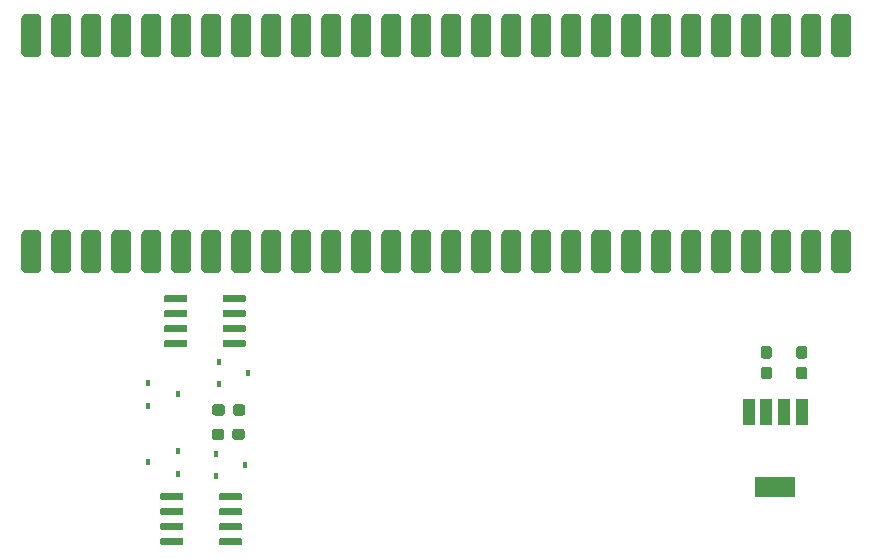
<source format=gtp>
G04 #@! TF.GenerationSoftware,KiCad,Pcbnew,(5.1.5-0-10_14)*
G04 #@! TF.CreationDate,2020-04-21T13:10:17+02:00*
G04 #@! TF.ProjectId,Curiosity_Nano_Full-bridge_module_rev1,43757269-6f73-4697-9479-5f4e616e6f5f,rev?*
G04 #@! TF.SameCoordinates,Original*
G04 #@! TF.FileFunction,Paste,Top*
G04 #@! TF.FilePolarity,Positive*
%FSLAX46Y46*%
G04 Gerber Fmt 4.6, Leading zero omitted, Abs format (unit mm)*
G04 Created by KiCad (PCBNEW (5.1.5-0-10_14)) date 2020-04-21 13:10:17*
%MOMM*%
%LPD*%
G04 APERTURE LIST*
%ADD10C,0.100000*%
%ADD11R,1.000000X2.200000*%
%ADD12R,3.400000X1.800000*%
%ADD13R,0.450000X0.480000*%
G04 APERTURE END LIST*
D10*
G36*
X70696657Y-63398046D02*
G01*
X70737913Y-63404166D01*
X70778371Y-63414300D01*
X70817640Y-63428351D01*
X70855344Y-63446183D01*
X70891117Y-63467625D01*
X70924617Y-63492471D01*
X70955520Y-63520480D01*
X70983529Y-63551383D01*
X71008375Y-63584883D01*
X71029817Y-63620656D01*
X71047649Y-63658360D01*
X71061700Y-63697629D01*
X71071834Y-63738087D01*
X71077954Y-63779343D01*
X71080000Y-63821000D01*
X71080000Y-66671000D01*
X71077954Y-66712657D01*
X71071834Y-66753913D01*
X71061700Y-66794371D01*
X71047649Y-66833640D01*
X71029817Y-66871344D01*
X71008375Y-66907117D01*
X70983529Y-66940617D01*
X70955520Y-66971520D01*
X70924617Y-66999529D01*
X70891117Y-67024375D01*
X70855344Y-67045817D01*
X70817640Y-67063649D01*
X70778371Y-67077700D01*
X70737913Y-67087834D01*
X70696657Y-67093954D01*
X70655000Y-67096000D01*
X69805000Y-67096000D01*
X69763343Y-67093954D01*
X69722087Y-67087834D01*
X69681629Y-67077700D01*
X69642360Y-67063649D01*
X69604656Y-67045817D01*
X69568883Y-67024375D01*
X69535383Y-66999529D01*
X69504480Y-66971520D01*
X69476471Y-66940617D01*
X69451625Y-66907117D01*
X69430183Y-66871344D01*
X69412351Y-66833640D01*
X69398300Y-66794371D01*
X69388166Y-66753913D01*
X69382046Y-66712657D01*
X69380000Y-66671000D01*
X69380000Y-63821000D01*
X69382046Y-63779343D01*
X69388166Y-63738087D01*
X69398300Y-63697629D01*
X69412351Y-63658360D01*
X69430183Y-63620656D01*
X69451625Y-63584883D01*
X69476471Y-63551383D01*
X69504480Y-63520480D01*
X69535383Y-63492471D01*
X69568883Y-63467625D01*
X69604656Y-63446183D01*
X69642360Y-63428351D01*
X69681629Y-63414300D01*
X69722087Y-63404166D01*
X69763343Y-63398046D01*
X69805000Y-63396000D01*
X70655000Y-63396000D01*
X70696657Y-63398046D01*
G37*
G36*
X73236657Y-63398046D02*
G01*
X73277913Y-63404166D01*
X73318371Y-63414300D01*
X73357640Y-63428351D01*
X73395344Y-63446183D01*
X73431117Y-63467625D01*
X73464617Y-63492471D01*
X73495520Y-63520480D01*
X73523529Y-63551383D01*
X73548375Y-63584883D01*
X73569817Y-63620656D01*
X73587649Y-63658360D01*
X73601700Y-63697629D01*
X73611834Y-63738087D01*
X73617954Y-63779343D01*
X73620000Y-63821000D01*
X73620000Y-66671000D01*
X73617954Y-66712657D01*
X73611834Y-66753913D01*
X73601700Y-66794371D01*
X73587649Y-66833640D01*
X73569817Y-66871344D01*
X73548375Y-66907117D01*
X73523529Y-66940617D01*
X73495520Y-66971520D01*
X73464617Y-66999529D01*
X73431117Y-67024375D01*
X73395344Y-67045817D01*
X73357640Y-67063649D01*
X73318371Y-67077700D01*
X73277913Y-67087834D01*
X73236657Y-67093954D01*
X73195000Y-67096000D01*
X72345000Y-67096000D01*
X72303343Y-67093954D01*
X72262087Y-67087834D01*
X72221629Y-67077700D01*
X72182360Y-67063649D01*
X72144656Y-67045817D01*
X72108883Y-67024375D01*
X72075383Y-66999529D01*
X72044480Y-66971520D01*
X72016471Y-66940617D01*
X71991625Y-66907117D01*
X71970183Y-66871344D01*
X71952351Y-66833640D01*
X71938300Y-66794371D01*
X71928166Y-66753913D01*
X71922046Y-66712657D01*
X71920000Y-66671000D01*
X71920000Y-63821000D01*
X71922046Y-63779343D01*
X71928166Y-63738087D01*
X71938300Y-63697629D01*
X71952351Y-63658360D01*
X71970183Y-63620656D01*
X71991625Y-63584883D01*
X72016471Y-63551383D01*
X72044480Y-63520480D01*
X72075383Y-63492471D01*
X72108883Y-63467625D01*
X72144656Y-63446183D01*
X72182360Y-63428351D01*
X72221629Y-63414300D01*
X72262087Y-63404166D01*
X72303343Y-63398046D01*
X72345000Y-63396000D01*
X73195000Y-63396000D01*
X73236657Y-63398046D01*
G37*
G36*
X75776657Y-63398046D02*
G01*
X75817913Y-63404166D01*
X75858371Y-63414300D01*
X75897640Y-63428351D01*
X75935344Y-63446183D01*
X75971117Y-63467625D01*
X76004617Y-63492471D01*
X76035520Y-63520480D01*
X76063529Y-63551383D01*
X76088375Y-63584883D01*
X76109817Y-63620656D01*
X76127649Y-63658360D01*
X76141700Y-63697629D01*
X76151834Y-63738087D01*
X76157954Y-63779343D01*
X76160000Y-63821000D01*
X76160000Y-66671000D01*
X76157954Y-66712657D01*
X76151834Y-66753913D01*
X76141700Y-66794371D01*
X76127649Y-66833640D01*
X76109817Y-66871344D01*
X76088375Y-66907117D01*
X76063529Y-66940617D01*
X76035520Y-66971520D01*
X76004617Y-66999529D01*
X75971117Y-67024375D01*
X75935344Y-67045817D01*
X75897640Y-67063649D01*
X75858371Y-67077700D01*
X75817913Y-67087834D01*
X75776657Y-67093954D01*
X75735000Y-67096000D01*
X74885000Y-67096000D01*
X74843343Y-67093954D01*
X74802087Y-67087834D01*
X74761629Y-67077700D01*
X74722360Y-67063649D01*
X74684656Y-67045817D01*
X74648883Y-67024375D01*
X74615383Y-66999529D01*
X74584480Y-66971520D01*
X74556471Y-66940617D01*
X74531625Y-66907117D01*
X74510183Y-66871344D01*
X74492351Y-66833640D01*
X74478300Y-66794371D01*
X74468166Y-66753913D01*
X74462046Y-66712657D01*
X74460000Y-66671000D01*
X74460000Y-63821000D01*
X74462046Y-63779343D01*
X74468166Y-63738087D01*
X74478300Y-63697629D01*
X74492351Y-63658360D01*
X74510183Y-63620656D01*
X74531625Y-63584883D01*
X74556471Y-63551383D01*
X74584480Y-63520480D01*
X74615383Y-63492471D01*
X74648883Y-63467625D01*
X74684656Y-63446183D01*
X74722360Y-63428351D01*
X74761629Y-63414300D01*
X74802087Y-63404166D01*
X74843343Y-63398046D01*
X74885000Y-63396000D01*
X75735000Y-63396000D01*
X75776657Y-63398046D01*
G37*
G36*
X78316657Y-63398046D02*
G01*
X78357913Y-63404166D01*
X78398371Y-63414300D01*
X78437640Y-63428351D01*
X78475344Y-63446183D01*
X78511117Y-63467625D01*
X78544617Y-63492471D01*
X78575520Y-63520480D01*
X78603529Y-63551383D01*
X78628375Y-63584883D01*
X78649817Y-63620656D01*
X78667649Y-63658360D01*
X78681700Y-63697629D01*
X78691834Y-63738087D01*
X78697954Y-63779343D01*
X78700000Y-63821000D01*
X78700000Y-66671000D01*
X78697954Y-66712657D01*
X78691834Y-66753913D01*
X78681700Y-66794371D01*
X78667649Y-66833640D01*
X78649817Y-66871344D01*
X78628375Y-66907117D01*
X78603529Y-66940617D01*
X78575520Y-66971520D01*
X78544617Y-66999529D01*
X78511117Y-67024375D01*
X78475344Y-67045817D01*
X78437640Y-67063649D01*
X78398371Y-67077700D01*
X78357913Y-67087834D01*
X78316657Y-67093954D01*
X78275000Y-67096000D01*
X77425000Y-67096000D01*
X77383343Y-67093954D01*
X77342087Y-67087834D01*
X77301629Y-67077700D01*
X77262360Y-67063649D01*
X77224656Y-67045817D01*
X77188883Y-67024375D01*
X77155383Y-66999529D01*
X77124480Y-66971520D01*
X77096471Y-66940617D01*
X77071625Y-66907117D01*
X77050183Y-66871344D01*
X77032351Y-66833640D01*
X77018300Y-66794371D01*
X77008166Y-66753913D01*
X77002046Y-66712657D01*
X77000000Y-66671000D01*
X77000000Y-63821000D01*
X77002046Y-63779343D01*
X77008166Y-63738087D01*
X77018300Y-63697629D01*
X77032351Y-63658360D01*
X77050183Y-63620656D01*
X77071625Y-63584883D01*
X77096471Y-63551383D01*
X77124480Y-63520480D01*
X77155383Y-63492471D01*
X77188883Y-63467625D01*
X77224656Y-63446183D01*
X77262360Y-63428351D01*
X77301629Y-63414300D01*
X77342087Y-63404166D01*
X77383343Y-63398046D01*
X77425000Y-63396000D01*
X78275000Y-63396000D01*
X78316657Y-63398046D01*
G37*
G36*
X80856657Y-63398046D02*
G01*
X80897913Y-63404166D01*
X80938371Y-63414300D01*
X80977640Y-63428351D01*
X81015344Y-63446183D01*
X81051117Y-63467625D01*
X81084617Y-63492471D01*
X81115520Y-63520480D01*
X81143529Y-63551383D01*
X81168375Y-63584883D01*
X81189817Y-63620656D01*
X81207649Y-63658360D01*
X81221700Y-63697629D01*
X81231834Y-63738087D01*
X81237954Y-63779343D01*
X81240000Y-63821000D01*
X81240000Y-66671000D01*
X81237954Y-66712657D01*
X81231834Y-66753913D01*
X81221700Y-66794371D01*
X81207649Y-66833640D01*
X81189817Y-66871344D01*
X81168375Y-66907117D01*
X81143529Y-66940617D01*
X81115520Y-66971520D01*
X81084617Y-66999529D01*
X81051117Y-67024375D01*
X81015344Y-67045817D01*
X80977640Y-67063649D01*
X80938371Y-67077700D01*
X80897913Y-67087834D01*
X80856657Y-67093954D01*
X80815000Y-67096000D01*
X79965000Y-67096000D01*
X79923343Y-67093954D01*
X79882087Y-67087834D01*
X79841629Y-67077700D01*
X79802360Y-67063649D01*
X79764656Y-67045817D01*
X79728883Y-67024375D01*
X79695383Y-66999529D01*
X79664480Y-66971520D01*
X79636471Y-66940617D01*
X79611625Y-66907117D01*
X79590183Y-66871344D01*
X79572351Y-66833640D01*
X79558300Y-66794371D01*
X79548166Y-66753913D01*
X79542046Y-66712657D01*
X79540000Y-66671000D01*
X79540000Y-63821000D01*
X79542046Y-63779343D01*
X79548166Y-63738087D01*
X79558300Y-63697629D01*
X79572351Y-63658360D01*
X79590183Y-63620656D01*
X79611625Y-63584883D01*
X79636471Y-63551383D01*
X79664480Y-63520480D01*
X79695383Y-63492471D01*
X79728883Y-63467625D01*
X79764656Y-63446183D01*
X79802360Y-63428351D01*
X79841629Y-63414300D01*
X79882087Y-63404166D01*
X79923343Y-63398046D01*
X79965000Y-63396000D01*
X80815000Y-63396000D01*
X80856657Y-63398046D01*
G37*
G36*
X83396657Y-63398046D02*
G01*
X83437913Y-63404166D01*
X83478371Y-63414300D01*
X83517640Y-63428351D01*
X83555344Y-63446183D01*
X83591117Y-63467625D01*
X83624617Y-63492471D01*
X83655520Y-63520480D01*
X83683529Y-63551383D01*
X83708375Y-63584883D01*
X83729817Y-63620656D01*
X83747649Y-63658360D01*
X83761700Y-63697629D01*
X83771834Y-63738087D01*
X83777954Y-63779343D01*
X83780000Y-63821000D01*
X83780000Y-66671000D01*
X83777954Y-66712657D01*
X83771834Y-66753913D01*
X83761700Y-66794371D01*
X83747649Y-66833640D01*
X83729817Y-66871344D01*
X83708375Y-66907117D01*
X83683529Y-66940617D01*
X83655520Y-66971520D01*
X83624617Y-66999529D01*
X83591117Y-67024375D01*
X83555344Y-67045817D01*
X83517640Y-67063649D01*
X83478371Y-67077700D01*
X83437913Y-67087834D01*
X83396657Y-67093954D01*
X83355000Y-67096000D01*
X82505000Y-67096000D01*
X82463343Y-67093954D01*
X82422087Y-67087834D01*
X82381629Y-67077700D01*
X82342360Y-67063649D01*
X82304656Y-67045817D01*
X82268883Y-67024375D01*
X82235383Y-66999529D01*
X82204480Y-66971520D01*
X82176471Y-66940617D01*
X82151625Y-66907117D01*
X82130183Y-66871344D01*
X82112351Y-66833640D01*
X82098300Y-66794371D01*
X82088166Y-66753913D01*
X82082046Y-66712657D01*
X82080000Y-66671000D01*
X82080000Y-63821000D01*
X82082046Y-63779343D01*
X82088166Y-63738087D01*
X82098300Y-63697629D01*
X82112351Y-63658360D01*
X82130183Y-63620656D01*
X82151625Y-63584883D01*
X82176471Y-63551383D01*
X82204480Y-63520480D01*
X82235383Y-63492471D01*
X82268883Y-63467625D01*
X82304656Y-63446183D01*
X82342360Y-63428351D01*
X82381629Y-63414300D01*
X82422087Y-63404166D01*
X82463343Y-63398046D01*
X82505000Y-63396000D01*
X83355000Y-63396000D01*
X83396657Y-63398046D01*
G37*
G36*
X85936657Y-63398046D02*
G01*
X85977913Y-63404166D01*
X86018371Y-63414300D01*
X86057640Y-63428351D01*
X86095344Y-63446183D01*
X86131117Y-63467625D01*
X86164617Y-63492471D01*
X86195520Y-63520480D01*
X86223529Y-63551383D01*
X86248375Y-63584883D01*
X86269817Y-63620656D01*
X86287649Y-63658360D01*
X86301700Y-63697629D01*
X86311834Y-63738087D01*
X86317954Y-63779343D01*
X86320000Y-63821000D01*
X86320000Y-66671000D01*
X86317954Y-66712657D01*
X86311834Y-66753913D01*
X86301700Y-66794371D01*
X86287649Y-66833640D01*
X86269817Y-66871344D01*
X86248375Y-66907117D01*
X86223529Y-66940617D01*
X86195520Y-66971520D01*
X86164617Y-66999529D01*
X86131117Y-67024375D01*
X86095344Y-67045817D01*
X86057640Y-67063649D01*
X86018371Y-67077700D01*
X85977913Y-67087834D01*
X85936657Y-67093954D01*
X85895000Y-67096000D01*
X85045000Y-67096000D01*
X85003343Y-67093954D01*
X84962087Y-67087834D01*
X84921629Y-67077700D01*
X84882360Y-67063649D01*
X84844656Y-67045817D01*
X84808883Y-67024375D01*
X84775383Y-66999529D01*
X84744480Y-66971520D01*
X84716471Y-66940617D01*
X84691625Y-66907117D01*
X84670183Y-66871344D01*
X84652351Y-66833640D01*
X84638300Y-66794371D01*
X84628166Y-66753913D01*
X84622046Y-66712657D01*
X84620000Y-66671000D01*
X84620000Y-63821000D01*
X84622046Y-63779343D01*
X84628166Y-63738087D01*
X84638300Y-63697629D01*
X84652351Y-63658360D01*
X84670183Y-63620656D01*
X84691625Y-63584883D01*
X84716471Y-63551383D01*
X84744480Y-63520480D01*
X84775383Y-63492471D01*
X84808883Y-63467625D01*
X84844656Y-63446183D01*
X84882360Y-63428351D01*
X84921629Y-63414300D01*
X84962087Y-63404166D01*
X85003343Y-63398046D01*
X85045000Y-63396000D01*
X85895000Y-63396000D01*
X85936657Y-63398046D01*
G37*
G36*
X88476657Y-63398046D02*
G01*
X88517913Y-63404166D01*
X88558371Y-63414300D01*
X88597640Y-63428351D01*
X88635344Y-63446183D01*
X88671117Y-63467625D01*
X88704617Y-63492471D01*
X88735520Y-63520480D01*
X88763529Y-63551383D01*
X88788375Y-63584883D01*
X88809817Y-63620656D01*
X88827649Y-63658360D01*
X88841700Y-63697629D01*
X88851834Y-63738087D01*
X88857954Y-63779343D01*
X88860000Y-63821000D01*
X88860000Y-66671000D01*
X88857954Y-66712657D01*
X88851834Y-66753913D01*
X88841700Y-66794371D01*
X88827649Y-66833640D01*
X88809817Y-66871344D01*
X88788375Y-66907117D01*
X88763529Y-66940617D01*
X88735520Y-66971520D01*
X88704617Y-66999529D01*
X88671117Y-67024375D01*
X88635344Y-67045817D01*
X88597640Y-67063649D01*
X88558371Y-67077700D01*
X88517913Y-67087834D01*
X88476657Y-67093954D01*
X88435000Y-67096000D01*
X87585000Y-67096000D01*
X87543343Y-67093954D01*
X87502087Y-67087834D01*
X87461629Y-67077700D01*
X87422360Y-67063649D01*
X87384656Y-67045817D01*
X87348883Y-67024375D01*
X87315383Y-66999529D01*
X87284480Y-66971520D01*
X87256471Y-66940617D01*
X87231625Y-66907117D01*
X87210183Y-66871344D01*
X87192351Y-66833640D01*
X87178300Y-66794371D01*
X87168166Y-66753913D01*
X87162046Y-66712657D01*
X87160000Y-66671000D01*
X87160000Y-63821000D01*
X87162046Y-63779343D01*
X87168166Y-63738087D01*
X87178300Y-63697629D01*
X87192351Y-63658360D01*
X87210183Y-63620656D01*
X87231625Y-63584883D01*
X87256471Y-63551383D01*
X87284480Y-63520480D01*
X87315383Y-63492471D01*
X87348883Y-63467625D01*
X87384656Y-63446183D01*
X87422360Y-63428351D01*
X87461629Y-63414300D01*
X87502087Y-63404166D01*
X87543343Y-63398046D01*
X87585000Y-63396000D01*
X88435000Y-63396000D01*
X88476657Y-63398046D01*
G37*
G36*
X91016657Y-63398046D02*
G01*
X91057913Y-63404166D01*
X91098371Y-63414300D01*
X91137640Y-63428351D01*
X91175344Y-63446183D01*
X91211117Y-63467625D01*
X91244617Y-63492471D01*
X91275520Y-63520480D01*
X91303529Y-63551383D01*
X91328375Y-63584883D01*
X91349817Y-63620656D01*
X91367649Y-63658360D01*
X91381700Y-63697629D01*
X91391834Y-63738087D01*
X91397954Y-63779343D01*
X91400000Y-63821000D01*
X91400000Y-66671000D01*
X91397954Y-66712657D01*
X91391834Y-66753913D01*
X91381700Y-66794371D01*
X91367649Y-66833640D01*
X91349817Y-66871344D01*
X91328375Y-66907117D01*
X91303529Y-66940617D01*
X91275520Y-66971520D01*
X91244617Y-66999529D01*
X91211117Y-67024375D01*
X91175344Y-67045817D01*
X91137640Y-67063649D01*
X91098371Y-67077700D01*
X91057913Y-67087834D01*
X91016657Y-67093954D01*
X90975000Y-67096000D01*
X90125000Y-67096000D01*
X90083343Y-67093954D01*
X90042087Y-67087834D01*
X90001629Y-67077700D01*
X89962360Y-67063649D01*
X89924656Y-67045817D01*
X89888883Y-67024375D01*
X89855383Y-66999529D01*
X89824480Y-66971520D01*
X89796471Y-66940617D01*
X89771625Y-66907117D01*
X89750183Y-66871344D01*
X89732351Y-66833640D01*
X89718300Y-66794371D01*
X89708166Y-66753913D01*
X89702046Y-66712657D01*
X89700000Y-66671000D01*
X89700000Y-63821000D01*
X89702046Y-63779343D01*
X89708166Y-63738087D01*
X89718300Y-63697629D01*
X89732351Y-63658360D01*
X89750183Y-63620656D01*
X89771625Y-63584883D01*
X89796471Y-63551383D01*
X89824480Y-63520480D01*
X89855383Y-63492471D01*
X89888883Y-63467625D01*
X89924656Y-63446183D01*
X89962360Y-63428351D01*
X90001629Y-63414300D01*
X90042087Y-63404166D01*
X90083343Y-63398046D01*
X90125000Y-63396000D01*
X90975000Y-63396000D01*
X91016657Y-63398046D01*
G37*
G36*
X93556657Y-63398046D02*
G01*
X93597913Y-63404166D01*
X93638371Y-63414300D01*
X93677640Y-63428351D01*
X93715344Y-63446183D01*
X93751117Y-63467625D01*
X93784617Y-63492471D01*
X93815520Y-63520480D01*
X93843529Y-63551383D01*
X93868375Y-63584883D01*
X93889817Y-63620656D01*
X93907649Y-63658360D01*
X93921700Y-63697629D01*
X93931834Y-63738087D01*
X93937954Y-63779343D01*
X93940000Y-63821000D01*
X93940000Y-66671000D01*
X93937954Y-66712657D01*
X93931834Y-66753913D01*
X93921700Y-66794371D01*
X93907649Y-66833640D01*
X93889817Y-66871344D01*
X93868375Y-66907117D01*
X93843529Y-66940617D01*
X93815520Y-66971520D01*
X93784617Y-66999529D01*
X93751117Y-67024375D01*
X93715344Y-67045817D01*
X93677640Y-67063649D01*
X93638371Y-67077700D01*
X93597913Y-67087834D01*
X93556657Y-67093954D01*
X93515000Y-67096000D01*
X92665000Y-67096000D01*
X92623343Y-67093954D01*
X92582087Y-67087834D01*
X92541629Y-67077700D01*
X92502360Y-67063649D01*
X92464656Y-67045817D01*
X92428883Y-67024375D01*
X92395383Y-66999529D01*
X92364480Y-66971520D01*
X92336471Y-66940617D01*
X92311625Y-66907117D01*
X92290183Y-66871344D01*
X92272351Y-66833640D01*
X92258300Y-66794371D01*
X92248166Y-66753913D01*
X92242046Y-66712657D01*
X92240000Y-66671000D01*
X92240000Y-63821000D01*
X92242046Y-63779343D01*
X92248166Y-63738087D01*
X92258300Y-63697629D01*
X92272351Y-63658360D01*
X92290183Y-63620656D01*
X92311625Y-63584883D01*
X92336471Y-63551383D01*
X92364480Y-63520480D01*
X92395383Y-63492471D01*
X92428883Y-63467625D01*
X92464656Y-63446183D01*
X92502360Y-63428351D01*
X92541629Y-63414300D01*
X92582087Y-63404166D01*
X92623343Y-63398046D01*
X92665000Y-63396000D01*
X93515000Y-63396000D01*
X93556657Y-63398046D01*
G37*
G36*
X96096657Y-63398046D02*
G01*
X96137913Y-63404166D01*
X96178371Y-63414300D01*
X96217640Y-63428351D01*
X96255344Y-63446183D01*
X96291117Y-63467625D01*
X96324617Y-63492471D01*
X96355520Y-63520480D01*
X96383529Y-63551383D01*
X96408375Y-63584883D01*
X96429817Y-63620656D01*
X96447649Y-63658360D01*
X96461700Y-63697629D01*
X96471834Y-63738087D01*
X96477954Y-63779343D01*
X96480000Y-63821000D01*
X96480000Y-66671000D01*
X96477954Y-66712657D01*
X96471834Y-66753913D01*
X96461700Y-66794371D01*
X96447649Y-66833640D01*
X96429817Y-66871344D01*
X96408375Y-66907117D01*
X96383529Y-66940617D01*
X96355520Y-66971520D01*
X96324617Y-66999529D01*
X96291117Y-67024375D01*
X96255344Y-67045817D01*
X96217640Y-67063649D01*
X96178371Y-67077700D01*
X96137913Y-67087834D01*
X96096657Y-67093954D01*
X96055000Y-67096000D01*
X95205000Y-67096000D01*
X95163343Y-67093954D01*
X95122087Y-67087834D01*
X95081629Y-67077700D01*
X95042360Y-67063649D01*
X95004656Y-67045817D01*
X94968883Y-67024375D01*
X94935383Y-66999529D01*
X94904480Y-66971520D01*
X94876471Y-66940617D01*
X94851625Y-66907117D01*
X94830183Y-66871344D01*
X94812351Y-66833640D01*
X94798300Y-66794371D01*
X94788166Y-66753913D01*
X94782046Y-66712657D01*
X94780000Y-66671000D01*
X94780000Y-63821000D01*
X94782046Y-63779343D01*
X94788166Y-63738087D01*
X94798300Y-63697629D01*
X94812351Y-63658360D01*
X94830183Y-63620656D01*
X94851625Y-63584883D01*
X94876471Y-63551383D01*
X94904480Y-63520480D01*
X94935383Y-63492471D01*
X94968883Y-63467625D01*
X95004656Y-63446183D01*
X95042360Y-63428351D01*
X95081629Y-63414300D01*
X95122087Y-63404166D01*
X95163343Y-63398046D01*
X95205000Y-63396000D01*
X96055000Y-63396000D01*
X96096657Y-63398046D01*
G37*
G36*
X98636657Y-63398046D02*
G01*
X98677913Y-63404166D01*
X98718371Y-63414300D01*
X98757640Y-63428351D01*
X98795344Y-63446183D01*
X98831117Y-63467625D01*
X98864617Y-63492471D01*
X98895520Y-63520480D01*
X98923529Y-63551383D01*
X98948375Y-63584883D01*
X98969817Y-63620656D01*
X98987649Y-63658360D01*
X99001700Y-63697629D01*
X99011834Y-63738087D01*
X99017954Y-63779343D01*
X99020000Y-63821000D01*
X99020000Y-66671000D01*
X99017954Y-66712657D01*
X99011834Y-66753913D01*
X99001700Y-66794371D01*
X98987649Y-66833640D01*
X98969817Y-66871344D01*
X98948375Y-66907117D01*
X98923529Y-66940617D01*
X98895520Y-66971520D01*
X98864617Y-66999529D01*
X98831117Y-67024375D01*
X98795344Y-67045817D01*
X98757640Y-67063649D01*
X98718371Y-67077700D01*
X98677913Y-67087834D01*
X98636657Y-67093954D01*
X98595000Y-67096000D01*
X97745000Y-67096000D01*
X97703343Y-67093954D01*
X97662087Y-67087834D01*
X97621629Y-67077700D01*
X97582360Y-67063649D01*
X97544656Y-67045817D01*
X97508883Y-67024375D01*
X97475383Y-66999529D01*
X97444480Y-66971520D01*
X97416471Y-66940617D01*
X97391625Y-66907117D01*
X97370183Y-66871344D01*
X97352351Y-66833640D01*
X97338300Y-66794371D01*
X97328166Y-66753913D01*
X97322046Y-66712657D01*
X97320000Y-66671000D01*
X97320000Y-63821000D01*
X97322046Y-63779343D01*
X97328166Y-63738087D01*
X97338300Y-63697629D01*
X97352351Y-63658360D01*
X97370183Y-63620656D01*
X97391625Y-63584883D01*
X97416471Y-63551383D01*
X97444480Y-63520480D01*
X97475383Y-63492471D01*
X97508883Y-63467625D01*
X97544656Y-63446183D01*
X97582360Y-63428351D01*
X97621629Y-63414300D01*
X97662087Y-63404166D01*
X97703343Y-63398046D01*
X97745000Y-63396000D01*
X98595000Y-63396000D01*
X98636657Y-63398046D01*
G37*
G36*
X101176657Y-63398046D02*
G01*
X101217913Y-63404166D01*
X101258371Y-63414300D01*
X101297640Y-63428351D01*
X101335344Y-63446183D01*
X101371117Y-63467625D01*
X101404617Y-63492471D01*
X101435520Y-63520480D01*
X101463529Y-63551383D01*
X101488375Y-63584883D01*
X101509817Y-63620656D01*
X101527649Y-63658360D01*
X101541700Y-63697629D01*
X101551834Y-63738087D01*
X101557954Y-63779343D01*
X101560000Y-63821000D01*
X101560000Y-66671000D01*
X101557954Y-66712657D01*
X101551834Y-66753913D01*
X101541700Y-66794371D01*
X101527649Y-66833640D01*
X101509817Y-66871344D01*
X101488375Y-66907117D01*
X101463529Y-66940617D01*
X101435520Y-66971520D01*
X101404617Y-66999529D01*
X101371117Y-67024375D01*
X101335344Y-67045817D01*
X101297640Y-67063649D01*
X101258371Y-67077700D01*
X101217913Y-67087834D01*
X101176657Y-67093954D01*
X101135000Y-67096000D01*
X100285000Y-67096000D01*
X100243343Y-67093954D01*
X100202087Y-67087834D01*
X100161629Y-67077700D01*
X100122360Y-67063649D01*
X100084656Y-67045817D01*
X100048883Y-67024375D01*
X100015383Y-66999529D01*
X99984480Y-66971520D01*
X99956471Y-66940617D01*
X99931625Y-66907117D01*
X99910183Y-66871344D01*
X99892351Y-66833640D01*
X99878300Y-66794371D01*
X99868166Y-66753913D01*
X99862046Y-66712657D01*
X99860000Y-66671000D01*
X99860000Y-63821000D01*
X99862046Y-63779343D01*
X99868166Y-63738087D01*
X99878300Y-63697629D01*
X99892351Y-63658360D01*
X99910183Y-63620656D01*
X99931625Y-63584883D01*
X99956471Y-63551383D01*
X99984480Y-63520480D01*
X100015383Y-63492471D01*
X100048883Y-63467625D01*
X100084656Y-63446183D01*
X100122360Y-63428351D01*
X100161629Y-63414300D01*
X100202087Y-63404166D01*
X100243343Y-63398046D01*
X100285000Y-63396000D01*
X101135000Y-63396000D01*
X101176657Y-63398046D01*
G37*
G36*
X103716657Y-63398046D02*
G01*
X103757913Y-63404166D01*
X103798371Y-63414300D01*
X103837640Y-63428351D01*
X103875344Y-63446183D01*
X103911117Y-63467625D01*
X103944617Y-63492471D01*
X103975520Y-63520480D01*
X104003529Y-63551383D01*
X104028375Y-63584883D01*
X104049817Y-63620656D01*
X104067649Y-63658360D01*
X104081700Y-63697629D01*
X104091834Y-63738087D01*
X104097954Y-63779343D01*
X104100000Y-63821000D01*
X104100000Y-66671000D01*
X104097954Y-66712657D01*
X104091834Y-66753913D01*
X104081700Y-66794371D01*
X104067649Y-66833640D01*
X104049817Y-66871344D01*
X104028375Y-66907117D01*
X104003529Y-66940617D01*
X103975520Y-66971520D01*
X103944617Y-66999529D01*
X103911117Y-67024375D01*
X103875344Y-67045817D01*
X103837640Y-67063649D01*
X103798371Y-67077700D01*
X103757913Y-67087834D01*
X103716657Y-67093954D01*
X103675000Y-67096000D01*
X102825000Y-67096000D01*
X102783343Y-67093954D01*
X102742087Y-67087834D01*
X102701629Y-67077700D01*
X102662360Y-67063649D01*
X102624656Y-67045817D01*
X102588883Y-67024375D01*
X102555383Y-66999529D01*
X102524480Y-66971520D01*
X102496471Y-66940617D01*
X102471625Y-66907117D01*
X102450183Y-66871344D01*
X102432351Y-66833640D01*
X102418300Y-66794371D01*
X102408166Y-66753913D01*
X102402046Y-66712657D01*
X102400000Y-66671000D01*
X102400000Y-63821000D01*
X102402046Y-63779343D01*
X102408166Y-63738087D01*
X102418300Y-63697629D01*
X102432351Y-63658360D01*
X102450183Y-63620656D01*
X102471625Y-63584883D01*
X102496471Y-63551383D01*
X102524480Y-63520480D01*
X102555383Y-63492471D01*
X102588883Y-63467625D01*
X102624656Y-63446183D01*
X102662360Y-63428351D01*
X102701629Y-63414300D01*
X102742087Y-63404166D01*
X102783343Y-63398046D01*
X102825000Y-63396000D01*
X103675000Y-63396000D01*
X103716657Y-63398046D01*
G37*
G36*
X106256657Y-63398046D02*
G01*
X106297913Y-63404166D01*
X106338371Y-63414300D01*
X106377640Y-63428351D01*
X106415344Y-63446183D01*
X106451117Y-63467625D01*
X106484617Y-63492471D01*
X106515520Y-63520480D01*
X106543529Y-63551383D01*
X106568375Y-63584883D01*
X106589817Y-63620656D01*
X106607649Y-63658360D01*
X106621700Y-63697629D01*
X106631834Y-63738087D01*
X106637954Y-63779343D01*
X106640000Y-63821000D01*
X106640000Y-66671000D01*
X106637954Y-66712657D01*
X106631834Y-66753913D01*
X106621700Y-66794371D01*
X106607649Y-66833640D01*
X106589817Y-66871344D01*
X106568375Y-66907117D01*
X106543529Y-66940617D01*
X106515520Y-66971520D01*
X106484617Y-66999529D01*
X106451117Y-67024375D01*
X106415344Y-67045817D01*
X106377640Y-67063649D01*
X106338371Y-67077700D01*
X106297913Y-67087834D01*
X106256657Y-67093954D01*
X106215000Y-67096000D01*
X105365000Y-67096000D01*
X105323343Y-67093954D01*
X105282087Y-67087834D01*
X105241629Y-67077700D01*
X105202360Y-67063649D01*
X105164656Y-67045817D01*
X105128883Y-67024375D01*
X105095383Y-66999529D01*
X105064480Y-66971520D01*
X105036471Y-66940617D01*
X105011625Y-66907117D01*
X104990183Y-66871344D01*
X104972351Y-66833640D01*
X104958300Y-66794371D01*
X104948166Y-66753913D01*
X104942046Y-66712657D01*
X104940000Y-66671000D01*
X104940000Y-63821000D01*
X104942046Y-63779343D01*
X104948166Y-63738087D01*
X104958300Y-63697629D01*
X104972351Y-63658360D01*
X104990183Y-63620656D01*
X105011625Y-63584883D01*
X105036471Y-63551383D01*
X105064480Y-63520480D01*
X105095383Y-63492471D01*
X105128883Y-63467625D01*
X105164656Y-63446183D01*
X105202360Y-63428351D01*
X105241629Y-63414300D01*
X105282087Y-63404166D01*
X105323343Y-63398046D01*
X105365000Y-63396000D01*
X106215000Y-63396000D01*
X106256657Y-63398046D01*
G37*
G36*
X108796657Y-63398046D02*
G01*
X108837913Y-63404166D01*
X108878371Y-63414300D01*
X108917640Y-63428351D01*
X108955344Y-63446183D01*
X108991117Y-63467625D01*
X109024617Y-63492471D01*
X109055520Y-63520480D01*
X109083529Y-63551383D01*
X109108375Y-63584883D01*
X109129817Y-63620656D01*
X109147649Y-63658360D01*
X109161700Y-63697629D01*
X109171834Y-63738087D01*
X109177954Y-63779343D01*
X109180000Y-63821000D01*
X109180000Y-66671000D01*
X109177954Y-66712657D01*
X109171834Y-66753913D01*
X109161700Y-66794371D01*
X109147649Y-66833640D01*
X109129817Y-66871344D01*
X109108375Y-66907117D01*
X109083529Y-66940617D01*
X109055520Y-66971520D01*
X109024617Y-66999529D01*
X108991117Y-67024375D01*
X108955344Y-67045817D01*
X108917640Y-67063649D01*
X108878371Y-67077700D01*
X108837913Y-67087834D01*
X108796657Y-67093954D01*
X108755000Y-67096000D01*
X107905000Y-67096000D01*
X107863343Y-67093954D01*
X107822087Y-67087834D01*
X107781629Y-67077700D01*
X107742360Y-67063649D01*
X107704656Y-67045817D01*
X107668883Y-67024375D01*
X107635383Y-66999529D01*
X107604480Y-66971520D01*
X107576471Y-66940617D01*
X107551625Y-66907117D01*
X107530183Y-66871344D01*
X107512351Y-66833640D01*
X107498300Y-66794371D01*
X107488166Y-66753913D01*
X107482046Y-66712657D01*
X107480000Y-66671000D01*
X107480000Y-63821000D01*
X107482046Y-63779343D01*
X107488166Y-63738087D01*
X107498300Y-63697629D01*
X107512351Y-63658360D01*
X107530183Y-63620656D01*
X107551625Y-63584883D01*
X107576471Y-63551383D01*
X107604480Y-63520480D01*
X107635383Y-63492471D01*
X107668883Y-63467625D01*
X107704656Y-63446183D01*
X107742360Y-63428351D01*
X107781629Y-63414300D01*
X107822087Y-63404166D01*
X107863343Y-63398046D01*
X107905000Y-63396000D01*
X108755000Y-63396000D01*
X108796657Y-63398046D01*
G37*
G36*
X111336657Y-63398046D02*
G01*
X111377913Y-63404166D01*
X111418371Y-63414300D01*
X111457640Y-63428351D01*
X111495344Y-63446183D01*
X111531117Y-63467625D01*
X111564617Y-63492471D01*
X111595520Y-63520480D01*
X111623529Y-63551383D01*
X111648375Y-63584883D01*
X111669817Y-63620656D01*
X111687649Y-63658360D01*
X111701700Y-63697629D01*
X111711834Y-63738087D01*
X111717954Y-63779343D01*
X111720000Y-63821000D01*
X111720000Y-66671000D01*
X111717954Y-66712657D01*
X111711834Y-66753913D01*
X111701700Y-66794371D01*
X111687649Y-66833640D01*
X111669817Y-66871344D01*
X111648375Y-66907117D01*
X111623529Y-66940617D01*
X111595520Y-66971520D01*
X111564617Y-66999529D01*
X111531117Y-67024375D01*
X111495344Y-67045817D01*
X111457640Y-67063649D01*
X111418371Y-67077700D01*
X111377913Y-67087834D01*
X111336657Y-67093954D01*
X111295000Y-67096000D01*
X110445000Y-67096000D01*
X110403343Y-67093954D01*
X110362087Y-67087834D01*
X110321629Y-67077700D01*
X110282360Y-67063649D01*
X110244656Y-67045817D01*
X110208883Y-67024375D01*
X110175383Y-66999529D01*
X110144480Y-66971520D01*
X110116471Y-66940617D01*
X110091625Y-66907117D01*
X110070183Y-66871344D01*
X110052351Y-66833640D01*
X110038300Y-66794371D01*
X110028166Y-66753913D01*
X110022046Y-66712657D01*
X110020000Y-66671000D01*
X110020000Y-63821000D01*
X110022046Y-63779343D01*
X110028166Y-63738087D01*
X110038300Y-63697629D01*
X110052351Y-63658360D01*
X110070183Y-63620656D01*
X110091625Y-63584883D01*
X110116471Y-63551383D01*
X110144480Y-63520480D01*
X110175383Y-63492471D01*
X110208883Y-63467625D01*
X110244656Y-63446183D01*
X110282360Y-63428351D01*
X110321629Y-63414300D01*
X110362087Y-63404166D01*
X110403343Y-63398046D01*
X110445000Y-63396000D01*
X111295000Y-63396000D01*
X111336657Y-63398046D01*
G37*
G36*
X113876657Y-63398046D02*
G01*
X113917913Y-63404166D01*
X113958371Y-63414300D01*
X113997640Y-63428351D01*
X114035344Y-63446183D01*
X114071117Y-63467625D01*
X114104617Y-63492471D01*
X114135520Y-63520480D01*
X114163529Y-63551383D01*
X114188375Y-63584883D01*
X114209817Y-63620656D01*
X114227649Y-63658360D01*
X114241700Y-63697629D01*
X114251834Y-63738087D01*
X114257954Y-63779343D01*
X114260000Y-63821000D01*
X114260000Y-66671000D01*
X114257954Y-66712657D01*
X114251834Y-66753913D01*
X114241700Y-66794371D01*
X114227649Y-66833640D01*
X114209817Y-66871344D01*
X114188375Y-66907117D01*
X114163529Y-66940617D01*
X114135520Y-66971520D01*
X114104617Y-66999529D01*
X114071117Y-67024375D01*
X114035344Y-67045817D01*
X113997640Y-67063649D01*
X113958371Y-67077700D01*
X113917913Y-67087834D01*
X113876657Y-67093954D01*
X113835000Y-67096000D01*
X112985000Y-67096000D01*
X112943343Y-67093954D01*
X112902087Y-67087834D01*
X112861629Y-67077700D01*
X112822360Y-67063649D01*
X112784656Y-67045817D01*
X112748883Y-67024375D01*
X112715383Y-66999529D01*
X112684480Y-66971520D01*
X112656471Y-66940617D01*
X112631625Y-66907117D01*
X112610183Y-66871344D01*
X112592351Y-66833640D01*
X112578300Y-66794371D01*
X112568166Y-66753913D01*
X112562046Y-66712657D01*
X112560000Y-66671000D01*
X112560000Y-63821000D01*
X112562046Y-63779343D01*
X112568166Y-63738087D01*
X112578300Y-63697629D01*
X112592351Y-63658360D01*
X112610183Y-63620656D01*
X112631625Y-63584883D01*
X112656471Y-63551383D01*
X112684480Y-63520480D01*
X112715383Y-63492471D01*
X112748883Y-63467625D01*
X112784656Y-63446183D01*
X112822360Y-63428351D01*
X112861629Y-63414300D01*
X112902087Y-63404166D01*
X112943343Y-63398046D01*
X112985000Y-63396000D01*
X113835000Y-63396000D01*
X113876657Y-63398046D01*
G37*
G36*
X116416657Y-63398046D02*
G01*
X116457913Y-63404166D01*
X116498371Y-63414300D01*
X116537640Y-63428351D01*
X116575344Y-63446183D01*
X116611117Y-63467625D01*
X116644617Y-63492471D01*
X116675520Y-63520480D01*
X116703529Y-63551383D01*
X116728375Y-63584883D01*
X116749817Y-63620656D01*
X116767649Y-63658360D01*
X116781700Y-63697629D01*
X116791834Y-63738087D01*
X116797954Y-63779343D01*
X116800000Y-63821000D01*
X116800000Y-66671000D01*
X116797954Y-66712657D01*
X116791834Y-66753913D01*
X116781700Y-66794371D01*
X116767649Y-66833640D01*
X116749817Y-66871344D01*
X116728375Y-66907117D01*
X116703529Y-66940617D01*
X116675520Y-66971520D01*
X116644617Y-66999529D01*
X116611117Y-67024375D01*
X116575344Y-67045817D01*
X116537640Y-67063649D01*
X116498371Y-67077700D01*
X116457913Y-67087834D01*
X116416657Y-67093954D01*
X116375000Y-67096000D01*
X115525000Y-67096000D01*
X115483343Y-67093954D01*
X115442087Y-67087834D01*
X115401629Y-67077700D01*
X115362360Y-67063649D01*
X115324656Y-67045817D01*
X115288883Y-67024375D01*
X115255383Y-66999529D01*
X115224480Y-66971520D01*
X115196471Y-66940617D01*
X115171625Y-66907117D01*
X115150183Y-66871344D01*
X115132351Y-66833640D01*
X115118300Y-66794371D01*
X115108166Y-66753913D01*
X115102046Y-66712657D01*
X115100000Y-66671000D01*
X115100000Y-63821000D01*
X115102046Y-63779343D01*
X115108166Y-63738087D01*
X115118300Y-63697629D01*
X115132351Y-63658360D01*
X115150183Y-63620656D01*
X115171625Y-63584883D01*
X115196471Y-63551383D01*
X115224480Y-63520480D01*
X115255383Y-63492471D01*
X115288883Y-63467625D01*
X115324656Y-63446183D01*
X115362360Y-63428351D01*
X115401629Y-63414300D01*
X115442087Y-63404166D01*
X115483343Y-63398046D01*
X115525000Y-63396000D01*
X116375000Y-63396000D01*
X116416657Y-63398046D01*
G37*
G36*
X118956657Y-63398046D02*
G01*
X118997913Y-63404166D01*
X119038371Y-63414300D01*
X119077640Y-63428351D01*
X119115344Y-63446183D01*
X119151117Y-63467625D01*
X119184617Y-63492471D01*
X119215520Y-63520480D01*
X119243529Y-63551383D01*
X119268375Y-63584883D01*
X119289817Y-63620656D01*
X119307649Y-63658360D01*
X119321700Y-63697629D01*
X119331834Y-63738087D01*
X119337954Y-63779343D01*
X119340000Y-63821000D01*
X119340000Y-66671000D01*
X119337954Y-66712657D01*
X119331834Y-66753913D01*
X119321700Y-66794371D01*
X119307649Y-66833640D01*
X119289817Y-66871344D01*
X119268375Y-66907117D01*
X119243529Y-66940617D01*
X119215520Y-66971520D01*
X119184617Y-66999529D01*
X119151117Y-67024375D01*
X119115344Y-67045817D01*
X119077640Y-67063649D01*
X119038371Y-67077700D01*
X118997913Y-67087834D01*
X118956657Y-67093954D01*
X118915000Y-67096000D01*
X118065000Y-67096000D01*
X118023343Y-67093954D01*
X117982087Y-67087834D01*
X117941629Y-67077700D01*
X117902360Y-67063649D01*
X117864656Y-67045817D01*
X117828883Y-67024375D01*
X117795383Y-66999529D01*
X117764480Y-66971520D01*
X117736471Y-66940617D01*
X117711625Y-66907117D01*
X117690183Y-66871344D01*
X117672351Y-66833640D01*
X117658300Y-66794371D01*
X117648166Y-66753913D01*
X117642046Y-66712657D01*
X117640000Y-66671000D01*
X117640000Y-63821000D01*
X117642046Y-63779343D01*
X117648166Y-63738087D01*
X117658300Y-63697629D01*
X117672351Y-63658360D01*
X117690183Y-63620656D01*
X117711625Y-63584883D01*
X117736471Y-63551383D01*
X117764480Y-63520480D01*
X117795383Y-63492471D01*
X117828883Y-63467625D01*
X117864656Y-63446183D01*
X117902360Y-63428351D01*
X117941629Y-63414300D01*
X117982087Y-63404166D01*
X118023343Y-63398046D01*
X118065000Y-63396000D01*
X118915000Y-63396000D01*
X118956657Y-63398046D01*
G37*
G36*
X121496657Y-63398046D02*
G01*
X121537913Y-63404166D01*
X121578371Y-63414300D01*
X121617640Y-63428351D01*
X121655344Y-63446183D01*
X121691117Y-63467625D01*
X121724617Y-63492471D01*
X121755520Y-63520480D01*
X121783529Y-63551383D01*
X121808375Y-63584883D01*
X121829817Y-63620656D01*
X121847649Y-63658360D01*
X121861700Y-63697629D01*
X121871834Y-63738087D01*
X121877954Y-63779343D01*
X121880000Y-63821000D01*
X121880000Y-66671000D01*
X121877954Y-66712657D01*
X121871834Y-66753913D01*
X121861700Y-66794371D01*
X121847649Y-66833640D01*
X121829817Y-66871344D01*
X121808375Y-66907117D01*
X121783529Y-66940617D01*
X121755520Y-66971520D01*
X121724617Y-66999529D01*
X121691117Y-67024375D01*
X121655344Y-67045817D01*
X121617640Y-67063649D01*
X121578371Y-67077700D01*
X121537913Y-67087834D01*
X121496657Y-67093954D01*
X121455000Y-67096000D01*
X120605000Y-67096000D01*
X120563343Y-67093954D01*
X120522087Y-67087834D01*
X120481629Y-67077700D01*
X120442360Y-67063649D01*
X120404656Y-67045817D01*
X120368883Y-67024375D01*
X120335383Y-66999529D01*
X120304480Y-66971520D01*
X120276471Y-66940617D01*
X120251625Y-66907117D01*
X120230183Y-66871344D01*
X120212351Y-66833640D01*
X120198300Y-66794371D01*
X120188166Y-66753913D01*
X120182046Y-66712657D01*
X120180000Y-66671000D01*
X120180000Y-63821000D01*
X120182046Y-63779343D01*
X120188166Y-63738087D01*
X120198300Y-63697629D01*
X120212351Y-63658360D01*
X120230183Y-63620656D01*
X120251625Y-63584883D01*
X120276471Y-63551383D01*
X120304480Y-63520480D01*
X120335383Y-63492471D01*
X120368883Y-63467625D01*
X120404656Y-63446183D01*
X120442360Y-63428351D01*
X120481629Y-63414300D01*
X120522087Y-63404166D01*
X120563343Y-63398046D01*
X120605000Y-63396000D01*
X121455000Y-63396000D01*
X121496657Y-63398046D01*
G37*
G36*
X124036657Y-63398046D02*
G01*
X124077913Y-63404166D01*
X124118371Y-63414300D01*
X124157640Y-63428351D01*
X124195344Y-63446183D01*
X124231117Y-63467625D01*
X124264617Y-63492471D01*
X124295520Y-63520480D01*
X124323529Y-63551383D01*
X124348375Y-63584883D01*
X124369817Y-63620656D01*
X124387649Y-63658360D01*
X124401700Y-63697629D01*
X124411834Y-63738087D01*
X124417954Y-63779343D01*
X124420000Y-63821000D01*
X124420000Y-66671000D01*
X124417954Y-66712657D01*
X124411834Y-66753913D01*
X124401700Y-66794371D01*
X124387649Y-66833640D01*
X124369817Y-66871344D01*
X124348375Y-66907117D01*
X124323529Y-66940617D01*
X124295520Y-66971520D01*
X124264617Y-66999529D01*
X124231117Y-67024375D01*
X124195344Y-67045817D01*
X124157640Y-67063649D01*
X124118371Y-67077700D01*
X124077913Y-67087834D01*
X124036657Y-67093954D01*
X123995000Y-67096000D01*
X123145000Y-67096000D01*
X123103343Y-67093954D01*
X123062087Y-67087834D01*
X123021629Y-67077700D01*
X122982360Y-67063649D01*
X122944656Y-67045817D01*
X122908883Y-67024375D01*
X122875383Y-66999529D01*
X122844480Y-66971520D01*
X122816471Y-66940617D01*
X122791625Y-66907117D01*
X122770183Y-66871344D01*
X122752351Y-66833640D01*
X122738300Y-66794371D01*
X122728166Y-66753913D01*
X122722046Y-66712657D01*
X122720000Y-66671000D01*
X122720000Y-63821000D01*
X122722046Y-63779343D01*
X122728166Y-63738087D01*
X122738300Y-63697629D01*
X122752351Y-63658360D01*
X122770183Y-63620656D01*
X122791625Y-63584883D01*
X122816471Y-63551383D01*
X122844480Y-63520480D01*
X122875383Y-63492471D01*
X122908883Y-63467625D01*
X122944656Y-63446183D01*
X122982360Y-63428351D01*
X123021629Y-63414300D01*
X123062087Y-63404166D01*
X123103343Y-63398046D01*
X123145000Y-63396000D01*
X123995000Y-63396000D01*
X124036657Y-63398046D01*
G37*
G36*
X126576657Y-63398046D02*
G01*
X126617913Y-63404166D01*
X126658371Y-63414300D01*
X126697640Y-63428351D01*
X126735344Y-63446183D01*
X126771117Y-63467625D01*
X126804617Y-63492471D01*
X126835520Y-63520480D01*
X126863529Y-63551383D01*
X126888375Y-63584883D01*
X126909817Y-63620656D01*
X126927649Y-63658360D01*
X126941700Y-63697629D01*
X126951834Y-63738087D01*
X126957954Y-63779343D01*
X126960000Y-63821000D01*
X126960000Y-66671000D01*
X126957954Y-66712657D01*
X126951834Y-66753913D01*
X126941700Y-66794371D01*
X126927649Y-66833640D01*
X126909817Y-66871344D01*
X126888375Y-66907117D01*
X126863529Y-66940617D01*
X126835520Y-66971520D01*
X126804617Y-66999529D01*
X126771117Y-67024375D01*
X126735344Y-67045817D01*
X126697640Y-67063649D01*
X126658371Y-67077700D01*
X126617913Y-67087834D01*
X126576657Y-67093954D01*
X126535000Y-67096000D01*
X125685000Y-67096000D01*
X125643343Y-67093954D01*
X125602087Y-67087834D01*
X125561629Y-67077700D01*
X125522360Y-67063649D01*
X125484656Y-67045817D01*
X125448883Y-67024375D01*
X125415383Y-66999529D01*
X125384480Y-66971520D01*
X125356471Y-66940617D01*
X125331625Y-66907117D01*
X125310183Y-66871344D01*
X125292351Y-66833640D01*
X125278300Y-66794371D01*
X125268166Y-66753913D01*
X125262046Y-66712657D01*
X125260000Y-66671000D01*
X125260000Y-63821000D01*
X125262046Y-63779343D01*
X125268166Y-63738087D01*
X125278300Y-63697629D01*
X125292351Y-63658360D01*
X125310183Y-63620656D01*
X125331625Y-63584883D01*
X125356471Y-63551383D01*
X125384480Y-63520480D01*
X125415383Y-63492471D01*
X125448883Y-63467625D01*
X125484656Y-63446183D01*
X125522360Y-63428351D01*
X125561629Y-63414300D01*
X125602087Y-63404166D01*
X125643343Y-63398046D01*
X125685000Y-63396000D01*
X126535000Y-63396000D01*
X126576657Y-63398046D01*
G37*
G36*
X129116657Y-63398046D02*
G01*
X129157913Y-63404166D01*
X129198371Y-63414300D01*
X129237640Y-63428351D01*
X129275344Y-63446183D01*
X129311117Y-63467625D01*
X129344617Y-63492471D01*
X129375520Y-63520480D01*
X129403529Y-63551383D01*
X129428375Y-63584883D01*
X129449817Y-63620656D01*
X129467649Y-63658360D01*
X129481700Y-63697629D01*
X129491834Y-63738087D01*
X129497954Y-63779343D01*
X129500000Y-63821000D01*
X129500000Y-66671000D01*
X129497954Y-66712657D01*
X129491834Y-66753913D01*
X129481700Y-66794371D01*
X129467649Y-66833640D01*
X129449817Y-66871344D01*
X129428375Y-66907117D01*
X129403529Y-66940617D01*
X129375520Y-66971520D01*
X129344617Y-66999529D01*
X129311117Y-67024375D01*
X129275344Y-67045817D01*
X129237640Y-67063649D01*
X129198371Y-67077700D01*
X129157913Y-67087834D01*
X129116657Y-67093954D01*
X129075000Y-67096000D01*
X128225000Y-67096000D01*
X128183343Y-67093954D01*
X128142087Y-67087834D01*
X128101629Y-67077700D01*
X128062360Y-67063649D01*
X128024656Y-67045817D01*
X127988883Y-67024375D01*
X127955383Y-66999529D01*
X127924480Y-66971520D01*
X127896471Y-66940617D01*
X127871625Y-66907117D01*
X127850183Y-66871344D01*
X127832351Y-66833640D01*
X127818300Y-66794371D01*
X127808166Y-66753913D01*
X127802046Y-66712657D01*
X127800000Y-66671000D01*
X127800000Y-63821000D01*
X127802046Y-63779343D01*
X127808166Y-63738087D01*
X127818300Y-63697629D01*
X127832351Y-63658360D01*
X127850183Y-63620656D01*
X127871625Y-63584883D01*
X127896471Y-63551383D01*
X127924480Y-63520480D01*
X127955383Y-63492471D01*
X127988883Y-63467625D01*
X128024656Y-63446183D01*
X128062360Y-63428351D01*
X128101629Y-63414300D01*
X128142087Y-63404166D01*
X128183343Y-63398046D01*
X128225000Y-63396000D01*
X129075000Y-63396000D01*
X129116657Y-63398046D01*
G37*
G36*
X131656657Y-63398046D02*
G01*
X131697913Y-63404166D01*
X131738371Y-63414300D01*
X131777640Y-63428351D01*
X131815344Y-63446183D01*
X131851117Y-63467625D01*
X131884617Y-63492471D01*
X131915520Y-63520480D01*
X131943529Y-63551383D01*
X131968375Y-63584883D01*
X131989817Y-63620656D01*
X132007649Y-63658360D01*
X132021700Y-63697629D01*
X132031834Y-63738087D01*
X132037954Y-63779343D01*
X132040000Y-63821000D01*
X132040000Y-66671000D01*
X132037954Y-66712657D01*
X132031834Y-66753913D01*
X132021700Y-66794371D01*
X132007649Y-66833640D01*
X131989817Y-66871344D01*
X131968375Y-66907117D01*
X131943529Y-66940617D01*
X131915520Y-66971520D01*
X131884617Y-66999529D01*
X131851117Y-67024375D01*
X131815344Y-67045817D01*
X131777640Y-67063649D01*
X131738371Y-67077700D01*
X131697913Y-67087834D01*
X131656657Y-67093954D01*
X131615000Y-67096000D01*
X130765000Y-67096000D01*
X130723343Y-67093954D01*
X130682087Y-67087834D01*
X130641629Y-67077700D01*
X130602360Y-67063649D01*
X130564656Y-67045817D01*
X130528883Y-67024375D01*
X130495383Y-66999529D01*
X130464480Y-66971520D01*
X130436471Y-66940617D01*
X130411625Y-66907117D01*
X130390183Y-66871344D01*
X130372351Y-66833640D01*
X130358300Y-66794371D01*
X130348166Y-66753913D01*
X130342046Y-66712657D01*
X130340000Y-66671000D01*
X130340000Y-63821000D01*
X130342046Y-63779343D01*
X130348166Y-63738087D01*
X130358300Y-63697629D01*
X130372351Y-63658360D01*
X130390183Y-63620656D01*
X130411625Y-63584883D01*
X130436471Y-63551383D01*
X130464480Y-63520480D01*
X130495383Y-63492471D01*
X130528883Y-63467625D01*
X130564656Y-63446183D01*
X130602360Y-63428351D01*
X130641629Y-63414300D01*
X130682087Y-63404166D01*
X130723343Y-63398046D01*
X130765000Y-63396000D01*
X131615000Y-63396000D01*
X131656657Y-63398046D01*
G37*
G36*
X134196657Y-63398046D02*
G01*
X134237913Y-63404166D01*
X134278371Y-63414300D01*
X134317640Y-63428351D01*
X134355344Y-63446183D01*
X134391117Y-63467625D01*
X134424617Y-63492471D01*
X134455520Y-63520480D01*
X134483529Y-63551383D01*
X134508375Y-63584883D01*
X134529817Y-63620656D01*
X134547649Y-63658360D01*
X134561700Y-63697629D01*
X134571834Y-63738087D01*
X134577954Y-63779343D01*
X134580000Y-63821000D01*
X134580000Y-66671000D01*
X134577954Y-66712657D01*
X134571834Y-66753913D01*
X134561700Y-66794371D01*
X134547649Y-66833640D01*
X134529817Y-66871344D01*
X134508375Y-66907117D01*
X134483529Y-66940617D01*
X134455520Y-66971520D01*
X134424617Y-66999529D01*
X134391117Y-67024375D01*
X134355344Y-67045817D01*
X134317640Y-67063649D01*
X134278371Y-67077700D01*
X134237913Y-67087834D01*
X134196657Y-67093954D01*
X134155000Y-67096000D01*
X133305000Y-67096000D01*
X133263343Y-67093954D01*
X133222087Y-67087834D01*
X133181629Y-67077700D01*
X133142360Y-67063649D01*
X133104656Y-67045817D01*
X133068883Y-67024375D01*
X133035383Y-66999529D01*
X133004480Y-66971520D01*
X132976471Y-66940617D01*
X132951625Y-66907117D01*
X132930183Y-66871344D01*
X132912351Y-66833640D01*
X132898300Y-66794371D01*
X132888166Y-66753913D01*
X132882046Y-66712657D01*
X132880000Y-66671000D01*
X132880000Y-63821000D01*
X132882046Y-63779343D01*
X132888166Y-63738087D01*
X132898300Y-63697629D01*
X132912351Y-63658360D01*
X132930183Y-63620656D01*
X132951625Y-63584883D01*
X132976471Y-63551383D01*
X133004480Y-63520480D01*
X133035383Y-63492471D01*
X133068883Y-63467625D01*
X133104656Y-63446183D01*
X133142360Y-63428351D01*
X133181629Y-63414300D01*
X133222087Y-63404166D01*
X133263343Y-63398046D01*
X133305000Y-63396000D01*
X134155000Y-63396000D01*
X134196657Y-63398046D01*
G37*
G36*
X136736657Y-63398046D02*
G01*
X136777913Y-63404166D01*
X136818371Y-63414300D01*
X136857640Y-63428351D01*
X136895344Y-63446183D01*
X136931117Y-63467625D01*
X136964617Y-63492471D01*
X136995520Y-63520480D01*
X137023529Y-63551383D01*
X137048375Y-63584883D01*
X137069817Y-63620656D01*
X137087649Y-63658360D01*
X137101700Y-63697629D01*
X137111834Y-63738087D01*
X137117954Y-63779343D01*
X137120000Y-63821000D01*
X137120000Y-66671000D01*
X137117954Y-66712657D01*
X137111834Y-66753913D01*
X137101700Y-66794371D01*
X137087649Y-66833640D01*
X137069817Y-66871344D01*
X137048375Y-66907117D01*
X137023529Y-66940617D01*
X136995520Y-66971520D01*
X136964617Y-66999529D01*
X136931117Y-67024375D01*
X136895344Y-67045817D01*
X136857640Y-67063649D01*
X136818371Y-67077700D01*
X136777913Y-67087834D01*
X136736657Y-67093954D01*
X136695000Y-67096000D01*
X135845000Y-67096000D01*
X135803343Y-67093954D01*
X135762087Y-67087834D01*
X135721629Y-67077700D01*
X135682360Y-67063649D01*
X135644656Y-67045817D01*
X135608883Y-67024375D01*
X135575383Y-66999529D01*
X135544480Y-66971520D01*
X135516471Y-66940617D01*
X135491625Y-66907117D01*
X135470183Y-66871344D01*
X135452351Y-66833640D01*
X135438300Y-66794371D01*
X135428166Y-66753913D01*
X135422046Y-66712657D01*
X135420000Y-66671000D01*
X135420000Y-63821000D01*
X135422046Y-63779343D01*
X135428166Y-63738087D01*
X135438300Y-63697629D01*
X135452351Y-63658360D01*
X135470183Y-63620656D01*
X135491625Y-63584883D01*
X135516471Y-63551383D01*
X135544480Y-63520480D01*
X135575383Y-63492471D01*
X135608883Y-63467625D01*
X135644656Y-63446183D01*
X135682360Y-63428351D01*
X135721629Y-63414300D01*
X135762087Y-63404166D01*
X135803343Y-63398046D01*
X135845000Y-63396000D01*
X136695000Y-63396000D01*
X136736657Y-63398046D01*
G37*
G36*
X139276657Y-63398046D02*
G01*
X139317913Y-63404166D01*
X139358371Y-63414300D01*
X139397640Y-63428351D01*
X139435344Y-63446183D01*
X139471117Y-63467625D01*
X139504617Y-63492471D01*
X139535520Y-63520480D01*
X139563529Y-63551383D01*
X139588375Y-63584883D01*
X139609817Y-63620656D01*
X139627649Y-63658360D01*
X139641700Y-63697629D01*
X139651834Y-63738087D01*
X139657954Y-63779343D01*
X139660000Y-63821000D01*
X139660000Y-66671000D01*
X139657954Y-66712657D01*
X139651834Y-66753913D01*
X139641700Y-66794371D01*
X139627649Y-66833640D01*
X139609817Y-66871344D01*
X139588375Y-66907117D01*
X139563529Y-66940617D01*
X139535520Y-66971520D01*
X139504617Y-66999529D01*
X139471117Y-67024375D01*
X139435344Y-67045817D01*
X139397640Y-67063649D01*
X139358371Y-67077700D01*
X139317913Y-67087834D01*
X139276657Y-67093954D01*
X139235000Y-67096000D01*
X138385000Y-67096000D01*
X138343343Y-67093954D01*
X138302087Y-67087834D01*
X138261629Y-67077700D01*
X138222360Y-67063649D01*
X138184656Y-67045817D01*
X138148883Y-67024375D01*
X138115383Y-66999529D01*
X138084480Y-66971520D01*
X138056471Y-66940617D01*
X138031625Y-66907117D01*
X138010183Y-66871344D01*
X137992351Y-66833640D01*
X137978300Y-66794371D01*
X137968166Y-66753913D01*
X137962046Y-66712657D01*
X137960000Y-66671000D01*
X137960000Y-63821000D01*
X137962046Y-63779343D01*
X137968166Y-63738087D01*
X137978300Y-63697629D01*
X137992351Y-63658360D01*
X138010183Y-63620656D01*
X138031625Y-63584883D01*
X138056471Y-63551383D01*
X138084480Y-63520480D01*
X138115383Y-63492471D01*
X138148883Y-63467625D01*
X138184656Y-63446183D01*
X138222360Y-63428351D01*
X138261629Y-63414300D01*
X138302087Y-63404166D01*
X138343343Y-63398046D01*
X138385000Y-63396000D01*
X139235000Y-63396000D01*
X139276657Y-63398046D01*
G37*
G36*
X139276657Y-81686046D02*
G01*
X139317913Y-81692166D01*
X139358371Y-81702300D01*
X139397640Y-81716351D01*
X139435344Y-81734183D01*
X139471117Y-81755625D01*
X139504617Y-81780471D01*
X139535520Y-81808480D01*
X139563529Y-81839383D01*
X139588375Y-81872883D01*
X139609817Y-81908656D01*
X139627649Y-81946360D01*
X139641700Y-81985629D01*
X139651834Y-82026087D01*
X139657954Y-82067343D01*
X139660000Y-82109000D01*
X139660000Y-84959000D01*
X139657954Y-85000657D01*
X139651834Y-85041913D01*
X139641700Y-85082371D01*
X139627649Y-85121640D01*
X139609817Y-85159344D01*
X139588375Y-85195117D01*
X139563529Y-85228617D01*
X139535520Y-85259520D01*
X139504617Y-85287529D01*
X139471117Y-85312375D01*
X139435344Y-85333817D01*
X139397640Y-85351649D01*
X139358371Y-85365700D01*
X139317913Y-85375834D01*
X139276657Y-85381954D01*
X139235000Y-85384000D01*
X138385000Y-85384000D01*
X138343343Y-85381954D01*
X138302087Y-85375834D01*
X138261629Y-85365700D01*
X138222360Y-85351649D01*
X138184656Y-85333817D01*
X138148883Y-85312375D01*
X138115383Y-85287529D01*
X138084480Y-85259520D01*
X138056471Y-85228617D01*
X138031625Y-85195117D01*
X138010183Y-85159344D01*
X137992351Y-85121640D01*
X137978300Y-85082371D01*
X137968166Y-85041913D01*
X137962046Y-85000657D01*
X137960000Y-84959000D01*
X137960000Y-82109000D01*
X137962046Y-82067343D01*
X137968166Y-82026087D01*
X137978300Y-81985629D01*
X137992351Y-81946360D01*
X138010183Y-81908656D01*
X138031625Y-81872883D01*
X138056471Y-81839383D01*
X138084480Y-81808480D01*
X138115383Y-81780471D01*
X138148883Y-81755625D01*
X138184656Y-81734183D01*
X138222360Y-81716351D01*
X138261629Y-81702300D01*
X138302087Y-81692166D01*
X138343343Y-81686046D01*
X138385000Y-81684000D01*
X139235000Y-81684000D01*
X139276657Y-81686046D01*
G37*
G36*
X136736657Y-81686046D02*
G01*
X136777913Y-81692166D01*
X136818371Y-81702300D01*
X136857640Y-81716351D01*
X136895344Y-81734183D01*
X136931117Y-81755625D01*
X136964617Y-81780471D01*
X136995520Y-81808480D01*
X137023529Y-81839383D01*
X137048375Y-81872883D01*
X137069817Y-81908656D01*
X137087649Y-81946360D01*
X137101700Y-81985629D01*
X137111834Y-82026087D01*
X137117954Y-82067343D01*
X137120000Y-82109000D01*
X137120000Y-84959000D01*
X137117954Y-85000657D01*
X137111834Y-85041913D01*
X137101700Y-85082371D01*
X137087649Y-85121640D01*
X137069817Y-85159344D01*
X137048375Y-85195117D01*
X137023529Y-85228617D01*
X136995520Y-85259520D01*
X136964617Y-85287529D01*
X136931117Y-85312375D01*
X136895344Y-85333817D01*
X136857640Y-85351649D01*
X136818371Y-85365700D01*
X136777913Y-85375834D01*
X136736657Y-85381954D01*
X136695000Y-85384000D01*
X135845000Y-85384000D01*
X135803343Y-85381954D01*
X135762087Y-85375834D01*
X135721629Y-85365700D01*
X135682360Y-85351649D01*
X135644656Y-85333817D01*
X135608883Y-85312375D01*
X135575383Y-85287529D01*
X135544480Y-85259520D01*
X135516471Y-85228617D01*
X135491625Y-85195117D01*
X135470183Y-85159344D01*
X135452351Y-85121640D01*
X135438300Y-85082371D01*
X135428166Y-85041913D01*
X135422046Y-85000657D01*
X135420000Y-84959000D01*
X135420000Y-82109000D01*
X135422046Y-82067343D01*
X135428166Y-82026087D01*
X135438300Y-81985629D01*
X135452351Y-81946360D01*
X135470183Y-81908656D01*
X135491625Y-81872883D01*
X135516471Y-81839383D01*
X135544480Y-81808480D01*
X135575383Y-81780471D01*
X135608883Y-81755625D01*
X135644656Y-81734183D01*
X135682360Y-81716351D01*
X135721629Y-81702300D01*
X135762087Y-81692166D01*
X135803343Y-81686046D01*
X135845000Y-81684000D01*
X136695000Y-81684000D01*
X136736657Y-81686046D01*
G37*
G36*
X134196657Y-81686046D02*
G01*
X134237913Y-81692166D01*
X134278371Y-81702300D01*
X134317640Y-81716351D01*
X134355344Y-81734183D01*
X134391117Y-81755625D01*
X134424617Y-81780471D01*
X134455520Y-81808480D01*
X134483529Y-81839383D01*
X134508375Y-81872883D01*
X134529817Y-81908656D01*
X134547649Y-81946360D01*
X134561700Y-81985629D01*
X134571834Y-82026087D01*
X134577954Y-82067343D01*
X134580000Y-82109000D01*
X134580000Y-84959000D01*
X134577954Y-85000657D01*
X134571834Y-85041913D01*
X134561700Y-85082371D01*
X134547649Y-85121640D01*
X134529817Y-85159344D01*
X134508375Y-85195117D01*
X134483529Y-85228617D01*
X134455520Y-85259520D01*
X134424617Y-85287529D01*
X134391117Y-85312375D01*
X134355344Y-85333817D01*
X134317640Y-85351649D01*
X134278371Y-85365700D01*
X134237913Y-85375834D01*
X134196657Y-85381954D01*
X134155000Y-85384000D01*
X133305000Y-85384000D01*
X133263343Y-85381954D01*
X133222087Y-85375834D01*
X133181629Y-85365700D01*
X133142360Y-85351649D01*
X133104656Y-85333817D01*
X133068883Y-85312375D01*
X133035383Y-85287529D01*
X133004480Y-85259520D01*
X132976471Y-85228617D01*
X132951625Y-85195117D01*
X132930183Y-85159344D01*
X132912351Y-85121640D01*
X132898300Y-85082371D01*
X132888166Y-85041913D01*
X132882046Y-85000657D01*
X132880000Y-84959000D01*
X132880000Y-82109000D01*
X132882046Y-82067343D01*
X132888166Y-82026087D01*
X132898300Y-81985629D01*
X132912351Y-81946360D01*
X132930183Y-81908656D01*
X132951625Y-81872883D01*
X132976471Y-81839383D01*
X133004480Y-81808480D01*
X133035383Y-81780471D01*
X133068883Y-81755625D01*
X133104656Y-81734183D01*
X133142360Y-81716351D01*
X133181629Y-81702300D01*
X133222087Y-81692166D01*
X133263343Y-81686046D01*
X133305000Y-81684000D01*
X134155000Y-81684000D01*
X134196657Y-81686046D01*
G37*
G36*
X131656657Y-81686046D02*
G01*
X131697913Y-81692166D01*
X131738371Y-81702300D01*
X131777640Y-81716351D01*
X131815344Y-81734183D01*
X131851117Y-81755625D01*
X131884617Y-81780471D01*
X131915520Y-81808480D01*
X131943529Y-81839383D01*
X131968375Y-81872883D01*
X131989817Y-81908656D01*
X132007649Y-81946360D01*
X132021700Y-81985629D01*
X132031834Y-82026087D01*
X132037954Y-82067343D01*
X132040000Y-82109000D01*
X132040000Y-84959000D01*
X132037954Y-85000657D01*
X132031834Y-85041913D01*
X132021700Y-85082371D01*
X132007649Y-85121640D01*
X131989817Y-85159344D01*
X131968375Y-85195117D01*
X131943529Y-85228617D01*
X131915520Y-85259520D01*
X131884617Y-85287529D01*
X131851117Y-85312375D01*
X131815344Y-85333817D01*
X131777640Y-85351649D01*
X131738371Y-85365700D01*
X131697913Y-85375834D01*
X131656657Y-85381954D01*
X131615000Y-85384000D01*
X130765000Y-85384000D01*
X130723343Y-85381954D01*
X130682087Y-85375834D01*
X130641629Y-85365700D01*
X130602360Y-85351649D01*
X130564656Y-85333817D01*
X130528883Y-85312375D01*
X130495383Y-85287529D01*
X130464480Y-85259520D01*
X130436471Y-85228617D01*
X130411625Y-85195117D01*
X130390183Y-85159344D01*
X130372351Y-85121640D01*
X130358300Y-85082371D01*
X130348166Y-85041913D01*
X130342046Y-85000657D01*
X130340000Y-84959000D01*
X130340000Y-82109000D01*
X130342046Y-82067343D01*
X130348166Y-82026087D01*
X130358300Y-81985629D01*
X130372351Y-81946360D01*
X130390183Y-81908656D01*
X130411625Y-81872883D01*
X130436471Y-81839383D01*
X130464480Y-81808480D01*
X130495383Y-81780471D01*
X130528883Y-81755625D01*
X130564656Y-81734183D01*
X130602360Y-81716351D01*
X130641629Y-81702300D01*
X130682087Y-81692166D01*
X130723343Y-81686046D01*
X130765000Y-81684000D01*
X131615000Y-81684000D01*
X131656657Y-81686046D01*
G37*
G36*
X129116657Y-81686046D02*
G01*
X129157913Y-81692166D01*
X129198371Y-81702300D01*
X129237640Y-81716351D01*
X129275344Y-81734183D01*
X129311117Y-81755625D01*
X129344617Y-81780471D01*
X129375520Y-81808480D01*
X129403529Y-81839383D01*
X129428375Y-81872883D01*
X129449817Y-81908656D01*
X129467649Y-81946360D01*
X129481700Y-81985629D01*
X129491834Y-82026087D01*
X129497954Y-82067343D01*
X129500000Y-82109000D01*
X129500000Y-84959000D01*
X129497954Y-85000657D01*
X129491834Y-85041913D01*
X129481700Y-85082371D01*
X129467649Y-85121640D01*
X129449817Y-85159344D01*
X129428375Y-85195117D01*
X129403529Y-85228617D01*
X129375520Y-85259520D01*
X129344617Y-85287529D01*
X129311117Y-85312375D01*
X129275344Y-85333817D01*
X129237640Y-85351649D01*
X129198371Y-85365700D01*
X129157913Y-85375834D01*
X129116657Y-85381954D01*
X129075000Y-85384000D01*
X128225000Y-85384000D01*
X128183343Y-85381954D01*
X128142087Y-85375834D01*
X128101629Y-85365700D01*
X128062360Y-85351649D01*
X128024656Y-85333817D01*
X127988883Y-85312375D01*
X127955383Y-85287529D01*
X127924480Y-85259520D01*
X127896471Y-85228617D01*
X127871625Y-85195117D01*
X127850183Y-85159344D01*
X127832351Y-85121640D01*
X127818300Y-85082371D01*
X127808166Y-85041913D01*
X127802046Y-85000657D01*
X127800000Y-84959000D01*
X127800000Y-82109000D01*
X127802046Y-82067343D01*
X127808166Y-82026087D01*
X127818300Y-81985629D01*
X127832351Y-81946360D01*
X127850183Y-81908656D01*
X127871625Y-81872883D01*
X127896471Y-81839383D01*
X127924480Y-81808480D01*
X127955383Y-81780471D01*
X127988883Y-81755625D01*
X128024656Y-81734183D01*
X128062360Y-81716351D01*
X128101629Y-81702300D01*
X128142087Y-81692166D01*
X128183343Y-81686046D01*
X128225000Y-81684000D01*
X129075000Y-81684000D01*
X129116657Y-81686046D01*
G37*
G36*
X126576657Y-81686046D02*
G01*
X126617913Y-81692166D01*
X126658371Y-81702300D01*
X126697640Y-81716351D01*
X126735344Y-81734183D01*
X126771117Y-81755625D01*
X126804617Y-81780471D01*
X126835520Y-81808480D01*
X126863529Y-81839383D01*
X126888375Y-81872883D01*
X126909817Y-81908656D01*
X126927649Y-81946360D01*
X126941700Y-81985629D01*
X126951834Y-82026087D01*
X126957954Y-82067343D01*
X126960000Y-82109000D01*
X126960000Y-84959000D01*
X126957954Y-85000657D01*
X126951834Y-85041913D01*
X126941700Y-85082371D01*
X126927649Y-85121640D01*
X126909817Y-85159344D01*
X126888375Y-85195117D01*
X126863529Y-85228617D01*
X126835520Y-85259520D01*
X126804617Y-85287529D01*
X126771117Y-85312375D01*
X126735344Y-85333817D01*
X126697640Y-85351649D01*
X126658371Y-85365700D01*
X126617913Y-85375834D01*
X126576657Y-85381954D01*
X126535000Y-85384000D01*
X125685000Y-85384000D01*
X125643343Y-85381954D01*
X125602087Y-85375834D01*
X125561629Y-85365700D01*
X125522360Y-85351649D01*
X125484656Y-85333817D01*
X125448883Y-85312375D01*
X125415383Y-85287529D01*
X125384480Y-85259520D01*
X125356471Y-85228617D01*
X125331625Y-85195117D01*
X125310183Y-85159344D01*
X125292351Y-85121640D01*
X125278300Y-85082371D01*
X125268166Y-85041913D01*
X125262046Y-85000657D01*
X125260000Y-84959000D01*
X125260000Y-82109000D01*
X125262046Y-82067343D01*
X125268166Y-82026087D01*
X125278300Y-81985629D01*
X125292351Y-81946360D01*
X125310183Y-81908656D01*
X125331625Y-81872883D01*
X125356471Y-81839383D01*
X125384480Y-81808480D01*
X125415383Y-81780471D01*
X125448883Y-81755625D01*
X125484656Y-81734183D01*
X125522360Y-81716351D01*
X125561629Y-81702300D01*
X125602087Y-81692166D01*
X125643343Y-81686046D01*
X125685000Y-81684000D01*
X126535000Y-81684000D01*
X126576657Y-81686046D01*
G37*
G36*
X124036657Y-81686046D02*
G01*
X124077913Y-81692166D01*
X124118371Y-81702300D01*
X124157640Y-81716351D01*
X124195344Y-81734183D01*
X124231117Y-81755625D01*
X124264617Y-81780471D01*
X124295520Y-81808480D01*
X124323529Y-81839383D01*
X124348375Y-81872883D01*
X124369817Y-81908656D01*
X124387649Y-81946360D01*
X124401700Y-81985629D01*
X124411834Y-82026087D01*
X124417954Y-82067343D01*
X124420000Y-82109000D01*
X124420000Y-84959000D01*
X124417954Y-85000657D01*
X124411834Y-85041913D01*
X124401700Y-85082371D01*
X124387649Y-85121640D01*
X124369817Y-85159344D01*
X124348375Y-85195117D01*
X124323529Y-85228617D01*
X124295520Y-85259520D01*
X124264617Y-85287529D01*
X124231117Y-85312375D01*
X124195344Y-85333817D01*
X124157640Y-85351649D01*
X124118371Y-85365700D01*
X124077913Y-85375834D01*
X124036657Y-85381954D01*
X123995000Y-85384000D01*
X123145000Y-85384000D01*
X123103343Y-85381954D01*
X123062087Y-85375834D01*
X123021629Y-85365700D01*
X122982360Y-85351649D01*
X122944656Y-85333817D01*
X122908883Y-85312375D01*
X122875383Y-85287529D01*
X122844480Y-85259520D01*
X122816471Y-85228617D01*
X122791625Y-85195117D01*
X122770183Y-85159344D01*
X122752351Y-85121640D01*
X122738300Y-85082371D01*
X122728166Y-85041913D01*
X122722046Y-85000657D01*
X122720000Y-84959000D01*
X122720000Y-82109000D01*
X122722046Y-82067343D01*
X122728166Y-82026087D01*
X122738300Y-81985629D01*
X122752351Y-81946360D01*
X122770183Y-81908656D01*
X122791625Y-81872883D01*
X122816471Y-81839383D01*
X122844480Y-81808480D01*
X122875383Y-81780471D01*
X122908883Y-81755625D01*
X122944656Y-81734183D01*
X122982360Y-81716351D01*
X123021629Y-81702300D01*
X123062087Y-81692166D01*
X123103343Y-81686046D01*
X123145000Y-81684000D01*
X123995000Y-81684000D01*
X124036657Y-81686046D01*
G37*
G36*
X121496657Y-81686046D02*
G01*
X121537913Y-81692166D01*
X121578371Y-81702300D01*
X121617640Y-81716351D01*
X121655344Y-81734183D01*
X121691117Y-81755625D01*
X121724617Y-81780471D01*
X121755520Y-81808480D01*
X121783529Y-81839383D01*
X121808375Y-81872883D01*
X121829817Y-81908656D01*
X121847649Y-81946360D01*
X121861700Y-81985629D01*
X121871834Y-82026087D01*
X121877954Y-82067343D01*
X121880000Y-82109000D01*
X121880000Y-84959000D01*
X121877954Y-85000657D01*
X121871834Y-85041913D01*
X121861700Y-85082371D01*
X121847649Y-85121640D01*
X121829817Y-85159344D01*
X121808375Y-85195117D01*
X121783529Y-85228617D01*
X121755520Y-85259520D01*
X121724617Y-85287529D01*
X121691117Y-85312375D01*
X121655344Y-85333817D01*
X121617640Y-85351649D01*
X121578371Y-85365700D01*
X121537913Y-85375834D01*
X121496657Y-85381954D01*
X121455000Y-85384000D01*
X120605000Y-85384000D01*
X120563343Y-85381954D01*
X120522087Y-85375834D01*
X120481629Y-85365700D01*
X120442360Y-85351649D01*
X120404656Y-85333817D01*
X120368883Y-85312375D01*
X120335383Y-85287529D01*
X120304480Y-85259520D01*
X120276471Y-85228617D01*
X120251625Y-85195117D01*
X120230183Y-85159344D01*
X120212351Y-85121640D01*
X120198300Y-85082371D01*
X120188166Y-85041913D01*
X120182046Y-85000657D01*
X120180000Y-84959000D01*
X120180000Y-82109000D01*
X120182046Y-82067343D01*
X120188166Y-82026087D01*
X120198300Y-81985629D01*
X120212351Y-81946360D01*
X120230183Y-81908656D01*
X120251625Y-81872883D01*
X120276471Y-81839383D01*
X120304480Y-81808480D01*
X120335383Y-81780471D01*
X120368883Y-81755625D01*
X120404656Y-81734183D01*
X120442360Y-81716351D01*
X120481629Y-81702300D01*
X120522087Y-81692166D01*
X120563343Y-81686046D01*
X120605000Y-81684000D01*
X121455000Y-81684000D01*
X121496657Y-81686046D01*
G37*
G36*
X118956657Y-81686046D02*
G01*
X118997913Y-81692166D01*
X119038371Y-81702300D01*
X119077640Y-81716351D01*
X119115344Y-81734183D01*
X119151117Y-81755625D01*
X119184617Y-81780471D01*
X119215520Y-81808480D01*
X119243529Y-81839383D01*
X119268375Y-81872883D01*
X119289817Y-81908656D01*
X119307649Y-81946360D01*
X119321700Y-81985629D01*
X119331834Y-82026087D01*
X119337954Y-82067343D01*
X119340000Y-82109000D01*
X119340000Y-84959000D01*
X119337954Y-85000657D01*
X119331834Y-85041913D01*
X119321700Y-85082371D01*
X119307649Y-85121640D01*
X119289817Y-85159344D01*
X119268375Y-85195117D01*
X119243529Y-85228617D01*
X119215520Y-85259520D01*
X119184617Y-85287529D01*
X119151117Y-85312375D01*
X119115344Y-85333817D01*
X119077640Y-85351649D01*
X119038371Y-85365700D01*
X118997913Y-85375834D01*
X118956657Y-85381954D01*
X118915000Y-85384000D01*
X118065000Y-85384000D01*
X118023343Y-85381954D01*
X117982087Y-85375834D01*
X117941629Y-85365700D01*
X117902360Y-85351649D01*
X117864656Y-85333817D01*
X117828883Y-85312375D01*
X117795383Y-85287529D01*
X117764480Y-85259520D01*
X117736471Y-85228617D01*
X117711625Y-85195117D01*
X117690183Y-85159344D01*
X117672351Y-85121640D01*
X117658300Y-85082371D01*
X117648166Y-85041913D01*
X117642046Y-85000657D01*
X117640000Y-84959000D01*
X117640000Y-82109000D01*
X117642046Y-82067343D01*
X117648166Y-82026087D01*
X117658300Y-81985629D01*
X117672351Y-81946360D01*
X117690183Y-81908656D01*
X117711625Y-81872883D01*
X117736471Y-81839383D01*
X117764480Y-81808480D01*
X117795383Y-81780471D01*
X117828883Y-81755625D01*
X117864656Y-81734183D01*
X117902360Y-81716351D01*
X117941629Y-81702300D01*
X117982087Y-81692166D01*
X118023343Y-81686046D01*
X118065000Y-81684000D01*
X118915000Y-81684000D01*
X118956657Y-81686046D01*
G37*
G36*
X116416657Y-81686046D02*
G01*
X116457913Y-81692166D01*
X116498371Y-81702300D01*
X116537640Y-81716351D01*
X116575344Y-81734183D01*
X116611117Y-81755625D01*
X116644617Y-81780471D01*
X116675520Y-81808480D01*
X116703529Y-81839383D01*
X116728375Y-81872883D01*
X116749817Y-81908656D01*
X116767649Y-81946360D01*
X116781700Y-81985629D01*
X116791834Y-82026087D01*
X116797954Y-82067343D01*
X116800000Y-82109000D01*
X116800000Y-84959000D01*
X116797954Y-85000657D01*
X116791834Y-85041913D01*
X116781700Y-85082371D01*
X116767649Y-85121640D01*
X116749817Y-85159344D01*
X116728375Y-85195117D01*
X116703529Y-85228617D01*
X116675520Y-85259520D01*
X116644617Y-85287529D01*
X116611117Y-85312375D01*
X116575344Y-85333817D01*
X116537640Y-85351649D01*
X116498371Y-85365700D01*
X116457913Y-85375834D01*
X116416657Y-85381954D01*
X116375000Y-85384000D01*
X115525000Y-85384000D01*
X115483343Y-85381954D01*
X115442087Y-85375834D01*
X115401629Y-85365700D01*
X115362360Y-85351649D01*
X115324656Y-85333817D01*
X115288883Y-85312375D01*
X115255383Y-85287529D01*
X115224480Y-85259520D01*
X115196471Y-85228617D01*
X115171625Y-85195117D01*
X115150183Y-85159344D01*
X115132351Y-85121640D01*
X115118300Y-85082371D01*
X115108166Y-85041913D01*
X115102046Y-85000657D01*
X115100000Y-84959000D01*
X115100000Y-82109000D01*
X115102046Y-82067343D01*
X115108166Y-82026087D01*
X115118300Y-81985629D01*
X115132351Y-81946360D01*
X115150183Y-81908656D01*
X115171625Y-81872883D01*
X115196471Y-81839383D01*
X115224480Y-81808480D01*
X115255383Y-81780471D01*
X115288883Y-81755625D01*
X115324656Y-81734183D01*
X115362360Y-81716351D01*
X115401629Y-81702300D01*
X115442087Y-81692166D01*
X115483343Y-81686046D01*
X115525000Y-81684000D01*
X116375000Y-81684000D01*
X116416657Y-81686046D01*
G37*
G36*
X113876657Y-81686046D02*
G01*
X113917913Y-81692166D01*
X113958371Y-81702300D01*
X113997640Y-81716351D01*
X114035344Y-81734183D01*
X114071117Y-81755625D01*
X114104617Y-81780471D01*
X114135520Y-81808480D01*
X114163529Y-81839383D01*
X114188375Y-81872883D01*
X114209817Y-81908656D01*
X114227649Y-81946360D01*
X114241700Y-81985629D01*
X114251834Y-82026087D01*
X114257954Y-82067343D01*
X114260000Y-82109000D01*
X114260000Y-84959000D01*
X114257954Y-85000657D01*
X114251834Y-85041913D01*
X114241700Y-85082371D01*
X114227649Y-85121640D01*
X114209817Y-85159344D01*
X114188375Y-85195117D01*
X114163529Y-85228617D01*
X114135520Y-85259520D01*
X114104617Y-85287529D01*
X114071117Y-85312375D01*
X114035344Y-85333817D01*
X113997640Y-85351649D01*
X113958371Y-85365700D01*
X113917913Y-85375834D01*
X113876657Y-85381954D01*
X113835000Y-85384000D01*
X112985000Y-85384000D01*
X112943343Y-85381954D01*
X112902087Y-85375834D01*
X112861629Y-85365700D01*
X112822360Y-85351649D01*
X112784656Y-85333817D01*
X112748883Y-85312375D01*
X112715383Y-85287529D01*
X112684480Y-85259520D01*
X112656471Y-85228617D01*
X112631625Y-85195117D01*
X112610183Y-85159344D01*
X112592351Y-85121640D01*
X112578300Y-85082371D01*
X112568166Y-85041913D01*
X112562046Y-85000657D01*
X112560000Y-84959000D01*
X112560000Y-82109000D01*
X112562046Y-82067343D01*
X112568166Y-82026087D01*
X112578300Y-81985629D01*
X112592351Y-81946360D01*
X112610183Y-81908656D01*
X112631625Y-81872883D01*
X112656471Y-81839383D01*
X112684480Y-81808480D01*
X112715383Y-81780471D01*
X112748883Y-81755625D01*
X112784656Y-81734183D01*
X112822360Y-81716351D01*
X112861629Y-81702300D01*
X112902087Y-81692166D01*
X112943343Y-81686046D01*
X112985000Y-81684000D01*
X113835000Y-81684000D01*
X113876657Y-81686046D01*
G37*
G36*
X111336657Y-81686046D02*
G01*
X111377913Y-81692166D01*
X111418371Y-81702300D01*
X111457640Y-81716351D01*
X111495344Y-81734183D01*
X111531117Y-81755625D01*
X111564617Y-81780471D01*
X111595520Y-81808480D01*
X111623529Y-81839383D01*
X111648375Y-81872883D01*
X111669817Y-81908656D01*
X111687649Y-81946360D01*
X111701700Y-81985629D01*
X111711834Y-82026087D01*
X111717954Y-82067343D01*
X111720000Y-82109000D01*
X111720000Y-84959000D01*
X111717954Y-85000657D01*
X111711834Y-85041913D01*
X111701700Y-85082371D01*
X111687649Y-85121640D01*
X111669817Y-85159344D01*
X111648375Y-85195117D01*
X111623529Y-85228617D01*
X111595520Y-85259520D01*
X111564617Y-85287529D01*
X111531117Y-85312375D01*
X111495344Y-85333817D01*
X111457640Y-85351649D01*
X111418371Y-85365700D01*
X111377913Y-85375834D01*
X111336657Y-85381954D01*
X111295000Y-85384000D01*
X110445000Y-85384000D01*
X110403343Y-85381954D01*
X110362087Y-85375834D01*
X110321629Y-85365700D01*
X110282360Y-85351649D01*
X110244656Y-85333817D01*
X110208883Y-85312375D01*
X110175383Y-85287529D01*
X110144480Y-85259520D01*
X110116471Y-85228617D01*
X110091625Y-85195117D01*
X110070183Y-85159344D01*
X110052351Y-85121640D01*
X110038300Y-85082371D01*
X110028166Y-85041913D01*
X110022046Y-85000657D01*
X110020000Y-84959000D01*
X110020000Y-82109000D01*
X110022046Y-82067343D01*
X110028166Y-82026087D01*
X110038300Y-81985629D01*
X110052351Y-81946360D01*
X110070183Y-81908656D01*
X110091625Y-81872883D01*
X110116471Y-81839383D01*
X110144480Y-81808480D01*
X110175383Y-81780471D01*
X110208883Y-81755625D01*
X110244656Y-81734183D01*
X110282360Y-81716351D01*
X110321629Y-81702300D01*
X110362087Y-81692166D01*
X110403343Y-81686046D01*
X110445000Y-81684000D01*
X111295000Y-81684000D01*
X111336657Y-81686046D01*
G37*
G36*
X108796657Y-81686046D02*
G01*
X108837913Y-81692166D01*
X108878371Y-81702300D01*
X108917640Y-81716351D01*
X108955344Y-81734183D01*
X108991117Y-81755625D01*
X109024617Y-81780471D01*
X109055520Y-81808480D01*
X109083529Y-81839383D01*
X109108375Y-81872883D01*
X109129817Y-81908656D01*
X109147649Y-81946360D01*
X109161700Y-81985629D01*
X109171834Y-82026087D01*
X109177954Y-82067343D01*
X109180000Y-82109000D01*
X109180000Y-84959000D01*
X109177954Y-85000657D01*
X109171834Y-85041913D01*
X109161700Y-85082371D01*
X109147649Y-85121640D01*
X109129817Y-85159344D01*
X109108375Y-85195117D01*
X109083529Y-85228617D01*
X109055520Y-85259520D01*
X109024617Y-85287529D01*
X108991117Y-85312375D01*
X108955344Y-85333817D01*
X108917640Y-85351649D01*
X108878371Y-85365700D01*
X108837913Y-85375834D01*
X108796657Y-85381954D01*
X108755000Y-85384000D01*
X107905000Y-85384000D01*
X107863343Y-85381954D01*
X107822087Y-85375834D01*
X107781629Y-85365700D01*
X107742360Y-85351649D01*
X107704656Y-85333817D01*
X107668883Y-85312375D01*
X107635383Y-85287529D01*
X107604480Y-85259520D01*
X107576471Y-85228617D01*
X107551625Y-85195117D01*
X107530183Y-85159344D01*
X107512351Y-85121640D01*
X107498300Y-85082371D01*
X107488166Y-85041913D01*
X107482046Y-85000657D01*
X107480000Y-84959000D01*
X107480000Y-82109000D01*
X107482046Y-82067343D01*
X107488166Y-82026087D01*
X107498300Y-81985629D01*
X107512351Y-81946360D01*
X107530183Y-81908656D01*
X107551625Y-81872883D01*
X107576471Y-81839383D01*
X107604480Y-81808480D01*
X107635383Y-81780471D01*
X107668883Y-81755625D01*
X107704656Y-81734183D01*
X107742360Y-81716351D01*
X107781629Y-81702300D01*
X107822087Y-81692166D01*
X107863343Y-81686046D01*
X107905000Y-81684000D01*
X108755000Y-81684000D01*
X108796657Y-81686046D01*
G37*
G36*
X106256657Y-81686046D02*
G01*
X106297913Y-81692166D01*
X106338371Y-81702300D01*
X106377640Y-81716351D01*
X106415344Y-81734183D01*
X106451117Y-81755625D01*
X106484617Y-81780471D01*
X106515520Y-81808480D01*
X106543529Y-81839383D01*
X106568375Y-81872883D01*
X106589817Y-81908656D01*
X106607649Y-81946360D01*
X106621700Y-81985629D01*
X106631834Y-82026087D01*
X106637954Y-82067343D01*
X106640000Y-82109000D01*
X106640000Y-84959000D01*
X106637954Y-85000657D01*
X106631834Y-85041913D01*
X106621700Y-85082371D01*
X106607649Y-85121640D01*
X106589817Y-85159344D01*
X106568375Y-85195117D01*
X106543529Y-85228617D01*
X106515520Y-85259520D01*
X106484617Y-85287529D01*
X106451117Y-85312375D01*
X106415344Y-85333817D01*
X106377640Y-85351649D01*
X106338371Y-85365700D01*
X106297913Y-85375834D01*
X106256657Y-85381954D01*
X106215000Y-85384000D01*
X105365000Y-85384000D01*
X105323343Y-85381954D01*
X105282087Y-85375834D01*
X105241629Y-85365700D01*
X105202360Y-85351649D01*
X105164656Y-85333817D01*
X105128883Y-85312375D01*
X105095383Y-85287529D01*
X105064480Y-85259520D01*
X105036471Y-85228617D01*
X105011625Y-85195117D01*
X104990183Y-85159344D01*
X104972351Y-85121640D01*
X104958300Y-85082371D01*
X104948166Y-85041913D01*
X104942046Y-85000657D01*
X104940000Y-84959000D01*
X104940000Y-82109000D01*
X104942046Y-82067343D01*
X104948166Y-82026087D01*
X104958300Y-81985629D01*
X104972351Y-81946360D01*
X104990183Y-81908656D01*
X105011625Y-81872883D01*
X105036471Y-81839383D01*
X105064480Y-81808480D01*
X105095383Y-81780471D01*
X105128883Y-81755625D01*
X105164656Y-81734183D01*
X105202360Y-81716351D01*
X105241629Y-81702300D01*
X105282087Y-81692166D01*
X105323343Y-81686046D01*
X105365000Y-81684000D01*
X106215000Y-81684000D01*
X106256657Y-81686046D01*
G37*
G36*
X103716657Y-81686046D02*
G01*
X103757913Y-81692166D01*
X103798371Y-81702300D01*
X103837640Y-81716351D01*
X103875344Y-81734183D01*
X103911117Y-81755625D01*
X103944617Y-81780471D01*
X103975520Y-81808480D01*
X104003529Y-81839383D01*
X104028375Y-81872883D01*
X104049817Y-81908656D01*
X104067649Y-81946360D01*
X104081700Y-81985629D01*
X104091834Y-82026087D01*
X104097954Y-82067343D01*
X104100000Y-82109000D01*
X104100000Y-84959000D01*
X104097954Y-85000657D01*
X104091834Y-85041913D01*
X104081700Y-85082371D01*
X104067649Y-85121640D01*
X104049817Y-85159344D01*
X104028375Y-85195117D01*
X104003529Y-85228617D01*
X103975520Y-85259520D01*
X103944617Y-85287529D01*
X103911117Y-85312375D01*
X103875344Y-85333817D01*
X103837640Y-85351649D01*
X103798371Y-85365700D01*
X103757913Y-85375834D01*
X103716657Y-85381954D01*
X103675000Y-85384000D01*
X102825000Y-85384000D01*
X102783343Y-85381954D01*
X102742087Y-85375834D01*
X102701629Y-85365700D01*
X102662360Y-85351649D01*
X102624656Y-85333817D01*
X102588883Y-85312375D01*
X102555383Y-85287529D01*
X102524480Y-85259520D01*
X102496471Y-85228617D01*
X102471625Y-85195117D01*
X102450183Y-85159344D01*
X102432351Y-85121640D01*
X102418300Y-85082371D01*
X102408166Y-85041913D01*
X102402046Y-85000657D01*
X102400000Y-84959000D01*
X102400000Y-82109000D01*
X102402046Y-82067343D01*
X102408166Y-82026087D01*
X102418300Y-81985629D01*
X102432351Y-81946360D01*
X102450183Y-81908656D01*
X102471625Y-81872883D01*
X102496471Y-81839383D01*
X102524480Y-81808480D01*
X102555383Y-81780471D01*
X102588883Y-81755625D01*
X102624656Y-81734183D01*
X102662360Y-81716351D01*
X102701629Y-81702300D01*
X102742087Y-81692166D01*
X102783343Y-81686046D01*
X102825000Y-81684000D01*
X103675000Y-81684000D01*
X103716657Y-81686046D01*
G37*
G36*
X101176657Y-81686046D02*
G01*
X101217913Y-81692166D01*
X101258371Y-81702300D01*
X101297640Y-81716351D01*
X101335344Y-81734183D01*
X101371117Y-81755625D01*
X101404617Y-81780471D01*
X101435520Y-81808480D01*
X101463529Y-81839383D01*
X101488375Y-81872883D01*
X101509817Y-81908656D01*
X101527649Y-81946360D01*
X101541700Y-81985629D01*
X101551834Y-82026087D01*
X101557954Y-82067343D01*
X101560000Y-82109000D01*
X101560000Y-84959000D01*
X101557954Y-85000657D01*
X101551834Y-85041913D01*
X101541700Y-85082371D01*
X101527649Y-85121640D01*
X101509817Y-85159344D01*
X101488375Y-85195117D01*
X101463529Y-85228617D01*
X101435520Y-85259520D01*
X101404617Y-85287529D01*
X101371117Y-85312375D01*
X101335344Y-85333817D01*
X101297640Y-85351649D01*
X101258371Y-85365700D01*
X101217913Y-85375834D01*
X101176657Y-85381954D01*
X101135000Y-85384000D01*
X100285000Y-85384000D01*
X100243343Y-85381954D01*
X100202087Y-85375834D01*
X100161629Y-85365700D01*
X100122360Y-85351649D01*
X100084656Y-85333817D01*
X100048883Y-85312375D01*
X100015383Y-85287529D01*
X99984480Y-85259520D01*
X99956471Y-85228617D01*
X99931625Y-85195117D01*
X99910183Y-85159344D01*
X99892351Y-85121640D01*
X99878300Y-85082371D01*
X99868166Y-85041913D01*
X99862046Y-85000657D01*
X99860000Y-84959000D01*
X99860000Y-82109000D01*
X99862046Y-82067343D01*
X99868166Y-82026087D01*
X99878300Y-81985629D01*
X99892351Y-81946360D01*
X99910183Y-81908656D01*
X99931625Y-81872883D01*
X99956471Y-81839383D01*
X99984480Y-81808480D01*
X100015383Y-81780471D01*
X100048883Y-81755625D01*
X100084656Y-81734183D01*
X100122360Y-81716351D01*
X100161629Y-81702300D01*
X100202087Y-81692166D01*
X100243343Y-81686046D01*
X100285000Y-81684000D01*
X101135000Y-81684000D01*
X101176657Y-81686046D01*
G37*
G36*
X98636657Y-81686046D02*
G01*
X98677913Y-81692166D01*
X98718371Y-81702300D01*
X98757640Y-81716351D01*
X98795344Y-81734183D01*
X98831117Y-81755625D01*
X98864617Y-81780471D01*
X98895520Y-81808480D01*
X98923529Y-81839383D01*
X98948375Y-81872883D01*
X98969817Y-81908656D01*
X98987649Y-81946360D01*
X99001700Y-81985629D01*
X99011834Y-82026087D01*
X99017954Y-82067343D01*
X99020000Y-82109000D01*
X99020000Y-84959000D01*
X99017954Y-85000657D01*
X99011834Y-85041913D01*
X99001700Y-85082371D01*
X98987649Y-85121640D01*
X98969817Y-85159344D01*
X98948375Y-85195117D01*
X98923529Y-85228617D01*
X98895520Y-85259520D01*
X98864617Y-85287529D01*
X98831117Y-85312375D01*
X98795344Y-85333817D01*
X98757640Y-85351649D01*
X98718371Y-85365700D01*
X98677913Y-85375834D01*
X98636657Y-85381954D01*
X98595000Y-85384000D01*
X97745000Y-85384000D01*
X97703343Y-85381954D01*
X97662087Y-85375834D01*
X97621629Y-85365700D01*
X97582360Y-85351649D01*
X97544656Y-85333817D01*
X97508883Y-85312375D01*
X97475383Y-85287529D01*
X97444480Y-85259520D01*
X97416471Y-85228617D01*
X97391625Y-85195117D01*
X97370183Y-85159344D01*
X97352351Y-85121640D01*
X97338300Y-85082371D01*
X97328166Y-85041913D01*
X97322046Y-85000657D01*
X97320000Y-84959000D01*
X97320000Y-82109000D01*
X97322046Y-82067343D01*
X97328166Y-82026087D01*
X97338300Y-81985629D01*
X97352351Y-81946360D01*
X97370183Y-81908656D01*
X97391625Y-81872883D01*
X97416471Y-81839383D01*
X97444480Y-81808480D01*
X97475383Y-81780471D01*
X97508883Y-81755625D01*
X97544656Y-81734183D01*
X97582360Y-81716351D01*
X97621629Y-81702300D01*
X97662087Y-81692166D01*
X97703343Y-81686046D01*
X97745000Y-81684000D01*
X98595000Y-81684000D01*
X98636657Y-81686046D01*
G37*
G36*
X96096657Y-81686046D02*
G01*
X96137913Y-81692166D01*
X96178371Y-81702300D01*
X96217640Y-81716351D01*
X96255344Y-81734183D01*
X96291117Y-81755625D01*
X96324617Y-81780471D01*
X96355520Y-81808480D01*
X96383529Y-81839383D01*
X96408375Y-81872883D01*
X96429817Y-81908656D01*
X96447649Y-81946360D01*
X96461700Y-81985629D01*
X96471834Y-82026087D01*
X96477954Y-82067343D01*
X96480000Y-82109000D01*
X96480000Y-84959000D01*
X96477954Y-85000657D01*
X96471834Y-85041913D01*
X96461700Y-85082371D01*
X96447649Y-85121640D01*
X96429817Y-85159344D01*
X96408375Y-85195117D01*
X96383529Y-85228617D01*
X96355520Y-85259520D01*
X96324617Y-85287529D01*
X96291117Y-85312375D01*
X96255344Y-85333817D01*
X96217640Y-85351649D01*
X96178371Y-85365700D01*
X96137913Y-85375834D01*
X96096657Y-85381954D01*
X96055000Y-85384000D01*
X95205000Y-85384000D01*
X95163343Y-85381954D01*
X95122087Y-85375834D01*
X95081629Y-85365700D01*
X95042360Y-85351649D01*
X95004656Y-85333817D01*
X94968883Y-85312375D01*
X94935383Y-85287529D01*
X94904480Y-85259520D01*
X94876471Y-85228617D01*
X94851625Y-85195117D01*
X94830183Y-85159344D01*
X94812351Y-85121640D01*
X94798300Y-85082371D01*
X94788166Y-85041913D01*
X94782046Y-85000657D01*
X94780000Y-84959000D01*
X94780000Y-82109000D01*
X94782046Y-82067343D01*
X94788166Y-82026087D01*
X94798300Y-81985629D01*
X94812351Y-81946360D01*
X94830183Y-81908656D01*
X94851625Y-81872883D01*
X94876471Y-81839383D01*
X94904480Y-81808480D01*
X94935383Y-81780471D01*
X94968883Y-81755625D01*
X95004656Y-81734183D01*
X95042360Y-81716351D01*
X95081629Y-81702300D01*
X95122087Y-81692166D01*
X95163343Y-81686046D01*
X95205000Y-81684000D01*
X96055000Y-81684000D01*
X96096657Y-81686046D01*
G37*
G36*
X93556657Y-81686046D02*
G01*
X93597913Y-81692166D01*
X93638371Y-81702300D01*
X93677640Y-81716351D01*
X93715344Y-81734183D01*
X93751117Y-81755625D01*
X93784617Y-81780471D01*
X93815520Y-81808480D01*
X93843529Y-81839383D01*
X93868375Y-81872883D01*
X93889817Y-81908656D01*
X93907649Y-81946360D01*
X93921700Y-81985629D01*
X93931834Y-82026087D01*
X93937954Y-82067343D01*
X93940000Y-82109000D01*
X93940000Y-84959000D01*
X93937954Y-85000657D01*
X93931834Y-85041913D01*
X93921700Y-85082371D01*
X93907649Y-85121640D01*
X93889817Y-85159344D01*
X93868375Y-85195117D01*
X93843529Y-85228617D01*
X93815520Y-85259520D01*
X93784617Y-85287529D01*
X93751117Y-85312375D01*
X93715344Y-85333817D01*
X93677640Y-85351649D01*
X93638371Y-85365700D01*
X93597913Y-85375834D01*
X93556657Y-85381954D01*
X93515000Y-85384000D01*
X92665000Y-85384000D01*
X92623343Y-85381954D01*
X92582087Y-85375834D01*
X92541629Y-85365700D01*
X92502360Y-85351649D01*
X92464656Y-85333817D01*
X92428883Y-85312375D01*
X92395383Y-85287529D01*
X92364480Y-85259520D01*
X92336471Y-85228617D01*
X92311625Y-85195117D01*
X92290183Y-85159344D01*
X92272351Y-85121640D01*
X92258300Y-85082371D01*
X92248166Y-85041913D01*
X92242046Y-85000657D01*
X92240000Y-84959000D01*
X92240000Y-82109000D01*
X92242046Y-82067343D01*
X92248166Y-82026087D01*
X92258300Y-81985629D01*
X92272351Y-81946360D01*
X92290183Y-81908656D01*
X92311625Y-81872883D01*
X92336471Y-81839383D01*
X92364480Y-81808480D01*
X92395383Y-81780471D01*
X92428883Y-81755625D01*
X92464656Y-81734183D01*
X92502360Y-81716351D01*
X92541629Y-81702300D01*
X92582087Y-81692166D01*
X92623343Y-81686046D01*
X92665000Y-81684000D01*
X93515000Y-81684000D01*
X93556657Y-81686046D01*
G37*
G36*
X91016657Y-81686046D02*
G01*
X91057913Y-81692166D01*
X91098371Y-81702300D01*
X91137640Y-81716351D01*
X91175344Y-81734183D01*
X91211117Y-81755625D01*
X91244617Y-81780471D01*
X91275520Y-81808480D01*
X91303529Y-81839383D01*
X91328375Y-81872883D01*
X91349817Y-81908656D01*
X91367649Y-81946360D01*
X91381700Y-81985629D01*
X91391834Y-82026087D01*
X91397954Y-82067343D01*
X91400000Y-82109000D01*
X91400000Y-84959000D01*
X91397954Y-85000657D01*
X91391834Y-85041913D01*
X91381700Y-85082371D01*
X91367649Y-85121640D01*
X91349817Y-85159344D01*
X91328375Y-85195117D01*
X91303529Y-85228617D01*
X91275520Y-85259520D01*
X91244617Y-85287529D01*
X91211117Y-85312375D01*
X91175344Y-85333817D01*
X91137640Y-85351649D01*
X91098371Y-85365700D01*
X91057913Y-85375834D01*
X91016657Y-85381954D01*
X90975000Y-85384000D01*
X90125000Y-85384000D01*
X90083343Y-85381954D01*
X90042087Y-85375834D01*
X90001629Y-85365700D01*
X89962360Y-85351649D01*
X89924656Y-85333817D01*
X89888883Y-85312375D01*
X89855383Y-85287529D01*
X89824480Y-85259520D01*
X89796471Y-85228617D01*
X89771625Y-85195117D01*
X89750183Y-85159344D01*
X89732351Y-85121640D01*
X89718300Y-85082371D01*
X89708166Y-85041913D01*
X89702046Y-85000657D01*
X89700000Y-84959000D01*
X89700000Y-82109000D01*
X89702046Y-82067343D01*
X89708166Y-82026087D01*
X89718300Y-81985629D01*
X89732351Y-81946360D01*
X89750183Y-81908656D01*
X89771625Y-81872883D01*
X89796471Y-81839383D01*
X89824480Y-81808480D01*
X89855383Y-81780471D01*
X89888883Y-81755625D01*
X89924656Y-81734183D01*
X89962360Y-81716351D01*
X90001629Y-81702300D01*
X90042087Y-81692166D01*
X90083343Y-81686046D01*
X90125000Y-81684000D01*
X90975000Y-81684000D01*
X91016657Y-81686046D01*
G37*
G36*
X88476657Y-81686046D02*
G01*
X88517913Y-81692166D01*
X88558371Y-81702300D01*
X88597640Y-81716351D01*
X88635344Y-81734183D01*
X88671117Y-81755625D01*
X88704617Y-81780471D01*
X88735520Y-81808480D01*
X88763529Y-81839383D01*
X88788375Y-81872883D01*
X88809817Y-81908656D01*
X88827649Y-81946360D01*
X88841700Y-81985629D01*
X88851834Y-82026087D01*
X88857954Y-82067343D01*
X88860000Y-82109000D01*
X88860000Y-84959000D01*
X88857954Y-85000657D01*
X88851834Y-85041913D01*
X88841700Y-85082371D01*
X88827649Y-85121640D01*
X88809817Y-85159344D01*
X88788375Y-85195117D01*
X88763529Y-85228617D01*
X88735520Y-85259520D01*
X88704617Y-85287529D01*
X88671117Y-85312375D01*
X88635344Y-85333817D01*
X88597640Y-85351649D01*
X88558371Y-85365700D01*
X88517913Y-85375834D01*
X88476657Y-85381954D01*
X88435000Y-85384000D01*
X87585000Y-85384000D01*
X87543343Y-85381954D01*
X87502087Y-85375834D01*
X87461629Y-85365700D01*
X87422360Y-85351649D01*
X87384656Y-85333817D01*
X87348883Y-85312375D01*
X87315383Y-85287529D01*
X87284480Y-85259520D01*
X87256471Y-85228617D01*
X87231625Y-85195117D01*
X87210183Y-85159344D01*
X87192351Y-85121640D01*
X87178300Y-85082371D01*
X87168166Y-85041913D01*
X87162046Y-85000657D01*
X87160000Y-84959000D01*
X87160000Y-82109000D01*
X87162046Y-82067343D01*
X87168166Y-82026087D01*
X87178300Y-81985629D01*
X87192351Y-81946360D01*
X87210183Y-81908656D01*
X87231625Y-81872883D01*
X87256471Y-81839383D01*
X87284480Y-81808480D01*
X87315383Y-81780471D01*
X87348883Y-81755625D01*
X87384656Y-81734183D01*
X87422360Y-81716351D01*
X87461629Y-81702300D01*
X87502087Y-81692166D01*
X87543343Y-81686046D01*
X87585000Y-81684000D01*
X88435000Y-81684000D01*
X88476657Y-81686046D01*
G37*
G36*
X85936657Y-81686046D02*
G01*
X85977913Y-81692166D01*
X86018371Y-81702300D01*
X86057640Y-81716351D01*
X86095344Y-81734183D01*
X86131117Y-81755625D01*
X86164617Y-81780471D01*
X86195520Y-81808480D01*
X86223529Y-81839383D01*
X86248375Y-81872883D01*
X86269817Y-81908656D01*
X86287649Y-81946360D01*
X86301700Y-81985629D01*
X86311834Y-82026087D01*
X86317954Y-82067343D01*
X86320000Y-82109000D01*
X86320000Y-84959000D01*
X86317954Y-85000657D01*
X86311834Y-85041913D01*
X86301700Y-85082371D01*
X86287649Y-85121640D01*
X86269817Y-85159344D01*
X86248375Y-85195117D01*
X86223529Y-85228617D01*
X86195520Y-85259520D01*
X86164617Y-85287529D01*
X86131117Y-85312375D01*
X86095344Y-85333817D01*
X86057640Y-85351649D01*
X86018371Y-85365700D01*
X85977913Y-85375834D01*
X85936657Y-85381954D01*
X85895000Y-85384000D01*
X85045000Y-85384000D01*
X85003343Y-85381954D01*
X84962087Y-85375834D01*
X84921629Y-85365700D01*
X84882360Y-85351649D01*
X84844656Y-85333817D01*
X84808883Y-85312375D01*
X84775383Y-85287529D01*
X84744480Y-85259520D01*
X84716471Y-85228617D01*
X84691625Y-85195117D01*
X84670183Y-85159344D01*
X84652351Y-85121640D01*
X84638300Y-85082371D01*
X84628166Y-85041913D01*
X84622046Y-85000657D01*
X84620000Y-84959000D01*
X84620000Y-82109000D01*
X84622046Y-82067343D01*
X84628166Y-82026087D01*
X84638300Y-81985629D01*
X84652351Y-81946360D01*
X84670183Y-81908656D01*
X84691625Y-81872883D01*
X84716471Y-81839383D01*
X84744480Y-81808480D01*
X84775383Y-81780471D01*
X84808883Y-81755625D01*
X84844656Y-81734183D01*
X84882360Y-81716351D01*
X84921629Y-81702300D01*
X84962087Y-81692166D01*
X85003343Y-81686046D01*
X85045000Y-81684000D01*
X85895000Y-81684000D01*
X85936657Y-81686046D01*
G37*
G36*
X83396657Y-81686046D02*
G01*
X83437913Y-81692166D01*
X83478371Y-81702300D01*
X83517640Y-81716351D01*
X83555344Y-81734183D01*
X83591117Y-81755625D01*
X83624617Y-81780471D01*
X83655520Y-81808480D01*
X83683529Y-81839383D01*
X83708375Y-81872883D01*
X83729817Y-81908656D01*
X83747649Y-81946360D01*
X83761700Y-81985629D01*
X83771834Y-82026087D01*
X83777954Y-82067343D01*
X83780000Y-82109000D01*
X83780000Y-84959000D01*
X83777954Y-85000657D01*
X83771834Y-85041913D01*
X83761700Y-85082371D01*
X83747649Y-85121640D01*
X83729817Y-85159344D01*
X83708375Y-85195117D01*
X83683529Y-85228617D01*
X83655520Y-85259520D01*
X83624617Y-85287529D01*
X83591117Y-85312375D01*
X83555344Y-85333817D01*
X83517640Y-85351649D01*
X83478371Y-85365700D01*
X83437913Y-85375834D01*
X83396657Y-85381954D01*
X83355000Y-85384000D01*
X82505000Y-85384000D01*
X82463343Y-85381954D01*
X82422087Y-85375834D01*
X82381629Y-85365700D01*
X82342360Y-85351649D01*
X82304656Y-85333817D01*
X82268883Y-85312375D01*
X82235383Y-85287529D01*
X82204480Y-85259520D01*
X82176471Y-85228617D01*
X82151625Y-85195117D01*
X82130183Y-85159344D01*
X82112351Y-85121640D01*
X82098300Y-85082371D01*
X82088166Y-85041913D01*
X82082046Y-85000657D01*
X82080000Y-84959000D01*
X82080000Y-82109000D01*
X82082046Y-82067343D01*
X82088166Y-82026087D01*
X82098300Y-81985629D01*
X82112351Y-81946360D01*
X82130183Y-81908656D01*
X82151625Y-81872883D01*
X82176471Y-81839383D01*
X82204480Y-81808480D01*
X82235383Y-81780471D01*
X82268883Y-81755625D01*
X82304656Y-81734183D01*
X82342360Y-81716351D01*
X82381629Y-81702300D01*
X82422087Y-81692166D01*
X82463343Y-81686046D01*
X82505000Y-81684000D01*
X83355000Y-81684000D01*
X83396657Y-81686046D01*
G37*
G36*
X80856657Y-81686046D02*
G01*
X80897913Y-81692166D01*
X80938371Y-81702300D01*
X80977640Y-81716351D01*
X81015344Y-81734183D01*
X81051117Y-81755625D01*
X81084617Y-81780471D01*
X81115520Y-81808480D01*
X81143529Y-81839383D01*
X81168375Y-81872883D01*
X81189817Y-81908656D01*
X81207649Y-81946360D01*
X81221700Y-81985629D01*
X81231834Y-82026087D01*
X81237954Y-82067343D01*
X81240000Y-82109000D01*
X81240000Y-84959000D01*
X81237954Y-85000657D01*
X81231834Y-85041913D01*
X81221700Y-85082371D01*
X81207649Y-85121640D01*
X81189817Y-85159344D01*
X81168375Y-85195117D01*
X81143529Y-85228617D01*
X81115520Y-85259520D01*
X81084617Y-85287529D01*
X81051117Y-85312375D01*
X81015344Y-85333817D01*
X80977640Y-85351649D01*
X80938371Y-85365700D01*
X80897913Y-85375834D01*
X80856657Y-85381954D01*
X80815000Y-85384000D01*
X79965000Y-85384000D01*
X79923343Y-85381954D01*
X79882087Y-85375834D01*
X79841629Y-85365700D01*
X79802360Y-85351649D01*
X79764656Y-85333817D01*
X79728883Y-85312375D01*
X79695383Y-85287529D01*
X79664480Y-85259520D01*
X79636471Y-85228617D01*
X79611625Y-85195117D01*
X79590183Y-85159344D01*
X79572351Y-85121640D01*
X79558300Y-85082371D01*
X79548166Y-85041913D01*
X79542046Y-85000657D01*
X79540000Y-84959000D01*
X79540000Y-82109000D01*
X79542046Y-82067343D01*
X79548166Y-82026087D01*
X79558300Y-81985629D01*
X79572351Y-81946360D01*
X79590183Y-81908656D01*
X79611625Y-81872883D01*
X79636471Y-81839383D01*
X79664480Y-81808480D01*
X79695383Y-81780471D01*
X79728883Y-81755625D01*
X79764656Y-81734183D01*
X79802360Y-81716351D01*
X79841629Y-81702300D01*
X79882087Y-81692166D01*
X79923343Y-81686046D01*
X79965000Y-81684000D01*
X80815000Y-81684000D01*
X80856657Y-81686046D01*
G37*
G36*
X78316657Y-81686046D02*
G01*
X78357913Y-81692166D01*
X78398371Y-81702300D01*
X78437640Y-81716351D01*
X78475344Y-81734183D01*
X78511117Y-81755625D01*
X78544617Y-81780471D01*
X78575520Y-81808480D01*
X78603529Y-81839383D01*
X78628375Y-81872883D01*
X78649817Y-81908656D01*
X78667649Y-81946360D01*
X78681700Y-81985629D01*
X78691834Y-82026087D01*
X78697954Y-82067343D01*
X78700000Y-82109000D01*
X78700000Y-84959000D01*
X78697954Y-85000657D01*
X78691834Y-85041913D01*
X78681700Y-85082371D01*
X78667649Y-85121640D01*
X78649817Y-85159344D01*
X78628375Y-85195117D01*
X78603529Y-85228617D01*
X78575520Y-85259520D01*
X78544617Y-85287529D01*
X78511117Y-85312375D01*
X78475344Y-85333817D01*
X78437640Y-85351649D01*
X78398371Y-85365700D01*
X78357913Y-85375834D01*
X78316657Y-85381954D01*
X78275000Y-85384000D01*
X77425000Y-85384000D01*
X77383343Y-85381954D01*
X77342087Y-85375834D01*
X77301629Y-85365700D01*
X77262360Y-85351649D01*
X77224656Y-85333817D01*
X77188883Y-85312375D01*
X77155383Y-85287529D01*
X77124480Y-85259520D01*
X77096471Y-85228617D01*
X77071625Y-85195117D01*
X77050183Y-85159344D01*
X77032351Y-85121640D01*
X77018300Y-85082371D01*
X77008166Y-85041913D01*
X77002046Y-85000657D01*
X77000000Y-84959000D01*
X77000000Y-82109000D01*
X77002046Y-82067343D01*
X77008166Y-82026087D01*
X77018300Y-81985629D01*
X77032351Y-81946360D01*
X77050183Y-81908656D01*
X77071625Y-81872883D01*
X77096471Y-81839383D01*
X77124480Y-81808480D01*
X77155383Y-81780471D01*
X77188883Y-81755625D01*
X77224656Y-81734183D01*
X77262360Y-81716351D01*
X77301629Y-81702300D01*
X77342087Y-81692166D01*
X77383343Y-81686046D01*
X77425000Y-81684000D01*
X78275000Y-81684000D01*
X78316657Y-81686046D01*
G37*
G36*
X75776657Y-81686046D02*
G01*
X75817913Y-81692166D01*
X75858371Y-81702300D01*
X75897640Y-81716351D01*
X75935344Y-81734183D01*
X75971117Y-81755625D01*
X76004617Y-81780471D01*
X76035520Y-81808480D01*
X76063529Y-81839383D01*
X76088375Y-81872883D01*
X76109817Y-81908656D01*
X76127649Y-81946360D01*
X76141700Y-81985629D01*
X76151834Y-82026087D01*
X76157954Y-82067343D01*
X76160000Y-82109000D01*
X76160000Y-84959000D01*
X76157954Y-85000657D01*
X76151834Y-85041913D01*
X76141700Y-85082371D01*
X76127649Y-85121640D01*
X76109817Y-85159344D01*
X76088375Y-85195117D01*
X76063529Y-85228617D01*
X76035520Y-85259520D01*
X76004617Y-85287529D01*
X75971117Y-85312375D01*
X75935344Y-85333817D01*
X75897640Y-85351649D01*
X75858371Y-85365700D01*
X75817913Y-85375834D01*
X75776657Y-85381954D01*
X75735000Y-85384000D01*
X74885000Y-85384000D01*
X74843343Y-85381954D01*
X74802087Y-85375834D01*
X74761629Y-85365700D01*
X74722360Y-85351649D01*
X74684656Y-85333817D01*
X74648883Y-85312375D01*
X74615383Y-85287529D01*
X74584480Y-85259520D01*
X74556471Y-85228617D01*
X74531625Y-85195117D01*
X74510183Y-85159344D01*
X74492351Y-85121640D01*
X74478300Y-85082371D01*
X74468166Y-85041913D01*
X74462046Y-85000657D01*
X74460000Y-84959000D01*
X74460000Y-82109000D01*
X74462046Y-82067343D01*
X74468166Y-82026087D01*
X74478300Y-81985629D01*
X74492351Y-81946360D01*
X74510183Y-81908656D01*
X74531625Y-81872883D01*
X74556471Y-81839383D01*
X74584480Y-81808480D01*
X74615383Y-81780471D01*
X74648883Y-81755625D01*
X74684656Y-81734183D01*
X74722360Y-81716351D01*
X74761629Y-81702300D01*
X74802087Y-81692166D01*
X74843343Y-81686046D01*
X74885000Y-81684000D01*
X75735000Y-81684000D01*
X75776657Y-81686046D01*
G37*
G36*
X73236657Y-81686046D02*
G01*
X73277913Y-81692166D01*
X73318371Y-81702300D01*
X73357640Y-81716351D01*
X73395344Y-81734183D01*
X73431117Y-81755625D01*
X73464617Y-81780471D01*
X73495520Y-81808480D01*
X73523529Y-81839383D01*
X73548375Y-81872883D01*
X73569817Y-81908656D01*
X73587649Y-81946360D01*
X73601700Y-81985629D01*
X73611834Y-82026087D01*
X73617954Y-82067343D01*
X73620000Y-82109000D01*
X73620000Y-84959000D01*
X73617954Y-85000657D01*
X73611834Y-85041913D01*
X73601700Y-85082371D01*
X73587649Y-85121640D01*
X73569817Y-85159344D01*
X73548375Y-85195117D01*
X73523529Y-85228617D01*
X73495520Y-85259520D01*
X73464617Y-85287529D01*
X73431117Y-85312375D01*
X73395344Y-85333817D01*
X73357640Y-85351649D01*
X73318371Y-85365700D01*
X73277913Y-85375834D01*
X73236657Y-85381954D01*
X73195000Y-85384000D01*
X72345000Y-85384000D01*
X72303343Y-85381954D01*
X72262087Y-85375834D01*
X72221629Y-85365700D01*
X72182360Y-85351649D01*
X72144656Y-85333817D01*
X72108883Y-85312375D01*
X72075383Y-85287529D01*
X72044480Y-85259520D01*
X72016471Y-85228617D01*
X71991625Y-85195117D01*
X71970183Y-85159344D01*
X71952351Y-85121640D01*
X71938300Y-85082371D01*
X71928166Y-85041913D01*
X71922046Y-85000657D01*
X71920000Y-84959000D01*
X71920000Y-82109000D01*
X71922046Y-82067343D01*
X71928166Y-82026087D01*
X71938300Y-81985629D01*
X71952351Y-81946360D01*
X71970183Y-81908656D01*
X71991625Y-81872883D01*
X72016471Y-81839383D01*
X72044480Y-81808480D01*
X72075383Y-81780471D01*
X72108883Y-81755625D01*
X72144656Y-81734183D01*
X72182360Y-81716351D01*
X72221629Y-81702300D01*
X72262087Y-81692166D01*
X72303343Y-81686046D01*
X72345000Y-81684000D01*
X73195000Y-81684000D01*
X73236657Y-81686046D01*
G37*
G36*
X70696657Y-81686046D02*
G01*
X70737913Y-81692166D01*
X70778371Y-81702300D01*
X70817640Y-81716351D01*
X70855344Y-81734183D01*
X70891117Y-81755625D01*
X70924617Y-81780471D01*
X70955520Y-81808480D01*
X70983529Y-81839383D01*
X71008375Y-81872883D01*
X71029817Y-81908656D01*
X71047649Y-81946360D01*
X71061700Y-81985629D01*
X71071834Y-82026087D01*
X71077954Y-82067343D01*
X71080000Y-82109000D01*
X71080000Y-84959000D01*
X71077954Y-85000657D01*
X71071834Y-85041913D01*
X71061700Y-85082371D01*
X71047649Y-85121640D01*
X71029817Y-85159344D01*
X71008375Y-85195117D01*
X70983529Y-85228617D01*
X70955520Y-85259520D01*
X70924617Y-85287529D01*
X70891117Y-85312375D01*
X70855344Y-85333817D01*
X70817640Y-85351649D01*
X70778371Y-85365700D01*
X70737913Y-85375834D01*
X70696657Y-85381954D01*
X70655000Y-85384000D01*
X69805000Y-85384000D01*
X69763343Y-85381954D01*
X69722087Y-85375834D01*
X69681629Y-85365700D01*
X69642360Y-85351649D01*
X69604656Y-85333817D01*
X69568883Y-85312375D01*
X69535383Y-85287529D01*
X69504480Y-85259520D01*
X69476471Y-85228617D01*
X69451625Y-85195117D01*
X69430183Y-85159344D01*
X69412351Y-85121640D01*
X69398300Y-85082371D01*
X69388166Y-85041913D01*
X69382046Y-85000657D01*
X69380000Y-84959000D01*
X69380000Y-82109000D01*
X69382046Y-82067343D01*
X69388166Y-82026087D01*
X69398300Y-81985629D01*
X69412351Y-81946360D01*
X69430183Y-81908656D01*
X69451625Y-81872883D01*
X69476471Y-81839383D01*
X69504480Y-81808480D01*
X69535383Y-81780471D01*
X69568883Y-81755625D01*
X69604656Y-81734183D01*
X69642360Y-81716351D01*
X69681629Y-81702300D01*
X69722087Y-81692166D01*
X69763343Y-81686046D01*
X69805000Y-81684000D01*
X70655000Y-81684000D01*
X70696657Y-81686046D01*
G37*
G36*
X88234703Y-87228622D02*
G01*
X88249264Y-87230782D01*
X88263543Y-87234359D01*
X88277403Y-87239318D01*
X88290710Y-87245612D01*
X88303336Y-87253180D01*
X88315159Y-87261948D01*
X88326066Y-87271834D01*
X88335952Y-87282741D01*
X88344720Y-87294564D01*
X88352288Y-87307190D01*
X88358582Y-87320497D01*
X88363541Y-87334357D01*
X88367118Y-87348636D01*
X88369278Y-87363197D01*
X88370000Y-87377900D01*
X88370000Y-87677900D01*
X88369278Y-87692603D01*
X88367118Y-87707164D01*
X88363541Y-87721443D01*
X88358582Y-87735303D01*
X88352288Y-87748610D01*
X88344720Y-87761236D01*
X88335952Y-87773059D01*
X88326066Y-87783966D01*
X88315159Y-87793852D01*
X88303336Y-87802620D01*
X88290710Y-87810188D01*
X88277403Y-87816482D01*
X88263543Y-87821441D01*
X88249264Y-87825018D01*
X88234703Y-87827178D01*
X88220000Y-87827900D01*
X86570000Y-87827900D01*
X86555297Y-87827178D01*
X86540736Y-87825018D01*
X86526457Y-87821441D01*
X86512597Y-87816482D01*
X86499290Y-87810188D01*
X86486664Y-87802620D01*
X86474841Y-87793852D01*
X86463934Y-87783966D01*
X86454048Y-87773059D01*
X86445280Y-87761236D01*
X86437712Y-87748610D01*
X86431418Y-87735303D01*
X86426459Y-87721443D01*
X86422882Y-87707164D01*
X86420722Y-87692603D01*
X86420000Y-87677900D01*
X86420000Y-87377900D01*
X86420722Y-87363197D01*
X86422882Y-87348636D01*
X86426459Y-87334357D01*
X86431418Y-87320497D01*
X86437712Y-87307190D01*
X86445280Y-87294564D01*
X86454048Y-87282741D01*
X86463934Y-87271834D01*
X86474841Y-87261948D01*
X86486664Y-87253180D01*
X86499290Y-87245612D01*
X86512597Y-87239318D01*
X86526457Y-87234359D01*
X86540736Y-87230782D01*
X86555297Y-87228622D01*
X86570000Y-87227900D01*
X88220000Y-87227900D01*
X88234703Y-87228622D01*
G37*
G36*
X88234703Y-88498622D02*
G01*
X88249264Y-88500782D01*
X88263543Y-88504359D01*
X88277403Y-88509318D01*
X88290710Y-88515612D01*
X88303336Y-88523180D01*
X88315159Y-88531948D01*
X88326066Y-88541834D01*
X88335952Y-88552741D01*
X88344720Y-88564564D01*
X88352288Y-88577190D01*
X88358582Y-88590497D01*
X88363541Y-88604357D01*
X88367118Y-88618636D01*
X88369278Y-88633197D01*
X88370000Y-88647900D01*
X88370000Y-88947900D01*
X88369278Y-88962603D01*
X88367118Y-88977164D01*
X88363541Y-88991443D01*
X88358582Y-89005303D01*
X88352288Y-89018610D01*
X88344720Y-89031236D01*
X88335952Y-89043059D01*
X88326066Y-89053966D01*
X88315159Y-89063852D01*
X88303336Y-89072620D01*
X88290710Y-89080188D01*
X88277403Y-89086482D01*
X88263543Y-89091441D01*
X88249264Y-89095018D01*
X88234703Y-89097178D01*
X88220000Y-89097900D01*
X86570000Y-89097900D01*
X86555297Y-89097178D01*
X86540736Y-89095018D01*
X86526457Y-89091441D01*
X86512597Y-89086482D01*
X86499290Y-89080188D01*
X86486664Y-89072620D01*
X86474841Y-89063852D01*
X86463934Y-89053966D01*
X86454048Y-89043059D01*
X86445280Y-89031236D01*
X86437712Y-89018610D01*
X86431418Y-89005303D01*
X86426459Y-88991443D01*
X86422882Y-88977164D01*
X86420722Y-88962603D01*
X86420000Y-88947900D01*
X86420000Y-88647900D01*
X86420722Y-88633197D01*
X86422882Y-88618636D01*
X86426459Y-88604357D01*
X86431418Y-88590497D01*
X86437712Y-88577190D01*
X86445280Y-88564564D01*
X86454048Y-88552741D01*
X86463934Y-88541834D01*
X86474841Y-88531948D01*
X86486664Y-88523180D01*
X86499290Y-88515612D01*
X86512597Y-88509318D01*
X86526457Y-88504359D01*
X86540736Y-88500782D01*
X86555297Y-88498622D01*
X86570000Y-88497900D01*
X88220000Y-88497900D01*
X88234703Y-88498622D01*
G37*
G36*
X88234703Y-89768622D02*
G01*
X88249264Y-89770782D01*
X88263543Y-89774359D01*
X88277403Y-89779318D01*
X88290710Y-89785612D01*
X88303336Y-89793180D01*
X88315159Y-89801948D01*
X88326066Y-89811834D01*
X88335952Y-89822741D01*
X88344720Y-89834564D01*
X88352288Y-89847190D01*
X88358582Y-89860497D01*
X88363541Y-89874357D01*
X88367118Y-89888636D01*
X88369278Y-89903197D01*
X88370000Y-89917900D01*
X88370000Y-90217900D01*
X88369278Y-90232603D01*
X88367118Y-90247164D01*
X88363541Y-90261443D01*
X88358582Y-90275303D01*
X88352288Y-90288610D01*
X88344720Y-90301236D01*
X88335952Y-90313059D01*
X88326066Y-90323966D01*
X88315159Y-90333852D01*
X88303336Y-90342620D01*
X88290710Y-90350188D01*
X88277403Y-90356482D01*
X88263543Y-90361441D01*
X88249264Y-90365018D01*
X88234703Y-90367178D01*
X88220000Y-90367900D01*
X86570000Y-90367900D01*
X86555297Y-90367178D01*
X86540736Y-90365018D01*
X86526457Y-90361441D01*
X86512597Y-90356482D01*
X86499290Y-90350188D01*
X86486664Y-90342620D01*
X86474841Y-90333852D01*
X86463934Y-90323966D01*
X86454048Y-90313059D01*
X86445280Y-90301236D01*
X86437712Y-90288610D01*
X86431418Y-90275303D01*
X86426459Y-90261443D01*
X86422882Y-90247164D01*
X86420722Y-90232603D01*
X86420000Y-90217900D01*
X86420000Y-89917900D01*
X86420722Y-89903197D01*
X86422882Y-89888636D01*
X86426459Y-89874357D01*
X86431418Y-89860497D01*
X86437712Y-89847190D01*
X86445280Y-89834564D01*
X86454048Y-89822741D01*
X86463934Y-89811834D01*
X86474841Y-89801948D01*
X86486664Y-89793180D01*
X86499290Y-89785612D01*
X86512597Y-89779318D01*
X86526457Y-89774359D01*
X86540736Y-89770782D01*
X86555297Y-89768622D01*
X86570000Y-89767900D01*
X88220000Y-89767900D01*
X88234703Y-89768622D01*
G37*
G36*
X88234703Y-91038622D02*
G01*
X88249264Y-91040782D01*
X88263543Y-91044359D01*
X88277403Y-91049318D01*
X88290710Y-91055612D01*
X88303336Y-91063180D01*
X88315159Y-91071948D01*
X88326066Y-91081834D01*
X88335952Y-91092741D01*
X88344720Y-91104564D01*
X88352288Y-91117190D01*
X88358582Y-91130497D01*
X88363541Y-91144357D01*
X88367118Y-91158636D01*
X88369278Y-91173197D01*
X88370000Y-91187900D01*
X88370000Y-91487900D01*
X88369278Y-91502603D01*
X88367118Y-91517164D01*
X88363541Y-91531443D01*
X88358582Y-91545303D01*
X88352288Y-91558610D01*
X88344720Y-91571236D01*
X88335952Y-91583059D01*
X88326066Y-91593966D01*
X88315159Y-91603852D01*
X88303336Y-91612620D01*
X88290710Y-91620188D01*
X88277403Y-91626482D01*
X88263543Y-91631441D01*
X88249264Y-91635018D01*
X88234703Y-91637178D01*
X88220000Y-91637900D01*
X86570000Y-91637900D01*
X86555297Y-91637178D01*
X86540736Y-91635018D01*
X86526457Y-91631441D01*
X86512597Y-91626482D01*
X86499290Y-91620188D01*
X86486664Y-91612620D01*
X86474841Y-91603852D01*
X86463934Y-91593966D01*
X86454048Y-91583059D01*
X86445280Y-91571236D01*
X86437712Y-91558610D01*
X86431418Y-91545303D01*
X86426459Y-91531443D01*
X86422882Y-91517164D01*
X86420722Y-91502603D01*
X86420000Y-91487900D01*
X86420000Y-91187900D01*
X86420722Y-91173197D01*
X86422882Y-91158636D01*
X86426459Y-91144357D01*
X86431418Y-91130497D01*
X86437712Y-91117190D01*
X86445280Y-91104564D01*
X86454048Y-91092741D01*
X86463934Y-91081834D01*
X86474841Y-91071948D01*
X86486664Y-91063180D01*
X86499290Y-91055612D01*
X86512597Y-91049318D01*
X86526457Y-91044359D01*
X86540736Y-91040782D01*
X86555297Y-91038622D01*
X86570000Y-91037900D01*
X88220000Y-91037900D01*
X88234703Y-91038622D01*
G37*
G36*
X83284703Y-91038622D02*
G01*
X83299264Y-91040782D01*
X83313543Y-91044359D01*
X83327403Y-91049318D01*
X83340710Y-91055612D01*
X83353336Y-91063180D01*
X83365159Y-91071948D01*
X83376066Y-91081834D01*
X83385952Y-91092741D01*
X83394720Y-91104564D01*
X83402288Y-91117190D01*
X83408582Y-91130497D01*
X83413541Y-91144357D01*
X83417118Y-91158636D01*
X83419278Y-91173197D01*
X83420000Y-91187900D01*
X83420000Y-91487900D01*
X83419278Y-91502603D01*
X83417118Y-91517164D01*
X83413541Y-91531443D01*
X83408582Y-91545303D01*
X83402288Y-91558610D01*
X83394720Y-91571236D01*
X83385952Y-91583059D01*
X83376066Y-91593966D01*
X83365159Y-91603852D01*
X83353336Y-91612620D01*
X83340710Y-91620188D01*
X83327403Y-91626482D01*
X83313543Y-91631441D01*
X83299264Y-91635018D01*
X83284703Y-91637178D01*
X83270000Y-91637900D01*
X81620000Y-91637900D01*
X81605297Y-91637178D01*
X81590736Y-91635018D01*
X81576457Y-91631441D01*
X81562597Y-91626482D01*
X81549290Y-91620188D01*
X81536664Y-91612620D01*
X81524841Y-91603852D01*
X81513934Y-91593966D01*
X81504048Y-91583059D01*
X81495280Y-91571236D01*
X81487712Y-91558610D01*
X81481418Y-91545303D01*
X81476459Y-91531443D01*
X81472882Y-91517164D01*
X81470722Y-91502603D01*
X81470000Y-91487900D01*
X81470000Y-91187900D01*
X81470722Y-91173197D01*
X81472882Y-91158636D01*
X81476459Y-91144357D01*
X81481418Y-91130497D01*
X81487712Y-91117190D01*
X81495280Y-91104564D01*
X81504048Y-91092741D01*
X81513934Y-91081834D01*
X81524841Y-91071948D01*
X81536664Y-91063180D01*
X81549290Y-91055612D01*
X81562597Y-91049318D01*
X81576457Y-91044359D01*
X81590736Y-91040782D01*
X81605297Y-91038622D01*
X81620000Y-91037900D01*
X83270000Y-91037900D01*
X83284703Y-91038622D01*
G37*
G36*
X83284703Y-89768622D02*
G01*
X83299264Y-89770782D01*
X83313543Y-89774359D01*
X83327403Y-89779318D01*
X83340710Y-89785612D01*
X83353336Y-89793180D01*
X83365159Y-89801948D01*
X83376066Y-89811834D01*
X83385952Y-89822741D01*
X83394720Y-89834564D01*
X83402288Y-89847190D01*
X83408582Y-89860497D01*
X83413541Y-89874357D01*
X83417118Y-89888636D01*
X83419278Y-89903197D01*
X83420000Y-89917900D01*
X83420000Y-90217900D01*
X83419278Y-90232603D01*
X83417118Y-90247164D01*
X83413541Y-90261443D01*
X83408582Y-90275303D01*
X83402288Y-90288610D01*
X83394720Y-90301236D01*
X83385952Y-90313059D01*
X83376066Y-90323966D01*
X83365159Y-90333852D01*
X83353336Y-90342620D01*
X83340710Y-90350188D01*
X83327403Y-90356482D01*
X83313543Y-90361441D01*
X83299264Y-90365018D01*
X83284703Y-90367178D01*
X83270000Y-90367900D01*
X81620000Y-90367900D01*
X81605297Y-90367178D01*
X81590736Y-90365018D01*
X81576457Y-90361441D01*
X81562597Y-90356482D01*
X81549290Y-90350188D01*
X81536664Y-90342620D01*
X81524841Y-90333852D01*
X81513934Y-90323966D01*
X81504048Y-90313059D01*
X81495280Y-90301236D01*
X81487712Y-90288610D01*
X81481418Y-90275303D01*
X81476459Y-90261443D01*
X81472882Y-90247164D01*
X81470722Y-90232603D01*
X81470000Y-90217900D01*
X81470000Y-89917900D01*
X81470722Y-89903197D01*
X81472882Y-89888636D01*
X81476459Y-89874357D01*
X81481418Y-89860497D01*
X81487712Y-89847190D01*
X81495280Y-89834564D01*
X81504048Y-89822741D01*
X81513934Y-89811834D01*
X81524841Y-89801948D01*
X81536664Y-89793180D01*
X81549290Y-89785612D01*
X81562597Y-89779318D01*
X81576457Y-89774359D01*
X81590736Y-89770782D01*
X81605297Y-89768622D01*
X81620000Y-89767900D01*
X83270000Y-89767900D01*
X83284703Y-89768622D01*
G37*
G36*
X83284703Y-88498622D02*
G01*
X83299264Y-88500782D01*
X83313543Y-88504359D01*
X83327403Y-88509318D01*
X83340710Y-88515612D01*
X83353336Y-88523180D01*
X83365159Y-88531948D01*
X83376066Y-88541834D01*
X83385952Y-88552741D01*
X83394720Y-88564564D01*
X83402288Y-88577190D01*
X83408582Y-88590497D01*
X83413541Y-88604357D01*
X83417118Y-88618636D01*
X83419278Y-88633197D01*
X83420000Y-88647900D01*
X83420000Y-88947900D01*
X83419278Y-88962603D01*
X83417118Y-88977164D01*
X83413541Y-88991443D01*
X83408582Y-89005303D01*
X83402288Y-89018610D01*
X83394720Y-89031236D01*
X83385952Y-89043059D01*
X83376066Y-89053966D01*
X83365159Y-89063852D01*
X83353336Y-89072620D01*
X83340710Y-89080188D01*
X83327403Y-89086482D01*
X83313543Y-89091441D01*
X83299264Y-89095018D01*
X83284703Y-89097178D01*
X83270000Y-89097900D01*
X81620000Y-89097900D01*
X81605297Y-89097178D01*
X81590736Y-89095018D01*
X81576457Y-89091441D01*
X81562597Y-89086482D01*
X81549290Y-89080188D01*
X81536664Y-89072620D01*
X81524841Y-89063852D01*
X81513934Y-89053966D01*
X81504048Y-89043059D01*
X81495280Y-89031236D01*
X81487712Y-89018610D01*
X81481418Y-89005303D01*
X81476459Y-88991443D01*
X81472882Y-88977164D01*
X81470722Y-88962603D01*
X81470000Y-88947900D01*
X81470000Y-88647900D01*
X81470722Y-88633197D01*
X81472882Y-88618636D01*
X81476459Y-88604357D01*
X81481418Y-88590497D01*
X81487712Y-88577190D01*
X81495280Y-88564564D01*
X81504048Y-88552741D01*
X81513934Y-88541834D01*
X81524841Y-88531948D01*
X81536664Y-88523180D01*
X81549290Y-88515612D01*
X81562597Y-88509318D01*
X81576457Y-88504359D01*
X81590736Y-88500782D01*
X81605297Y-88498622D01*
X81620000Y-88497900D01*
X83270000Y-88497900D01*
X83284703Y-88498622D01*
G37*
G36*
X83284703Y-87228622D02*
G01*
X83299264Y-87230782D01*
X83313543Y-87234359D01*
X83327403Y-87239318D01*
X83340710Y-87245612D01*
X83353336Y-87253180D01*
X83365159Y-87261948D01*
X83376066Y-87271834D01*
X83385952Y-87282741D01*
X83394720Y-87294564D01*
X83402288Y-87307190D01*
X83408582Y-87320497D01*
X83413541Y-87334357D01*
X83417118Y-87348636D01*
X83419278Y-87363197D01*
X83420000Y-87377900D01*
X83420000Y-87677900D01*
X83419278Y-87692603D01*
X83417118Y-87707164D01*
X83413541Y-87721443D01*
X83408582Y-87735303D01*
X83402288Y-87748610D01*
X83394720Y-87761236D01*
X83385952Y-87773059D01*
X83376066Y-87783966D01*
X83365159Y-87793852D01*
X83353336Y-87802620D01*
X83340710Y-87810188D01*
X83327403Y-87816482D01*
X83313543Y-87821441D01*
X83299264Y-87825018D01*
X83284703Y-87827178D01*
X83270000Y-87827900D01*
X81620000Y-87827900D01*
X81605297Y-87827178D01*
X81590736Y-87825018D01*
X81576457Y-87821441D01*
X81562597Y-87816482D01*
X81549290Y-87810188D01*
X81536664Y-87802620D01*
X81524841Y-87793852D01*
X81513934Y-87783966D01*
X81504048Y-87773059D01*
X81495280Y-87761236D01*
X81487712Y-87748610D01*
X81481418Y-87735303D01*
X81476459Y-87721443D01*
X81472882Y-87707164D01*
X81470722Y-87692603D01*
X81470000Y-87677900D01*
X81470000Y-87377900D01*
X81470722Y-87363197D01*
X81472882Y-87348636D01*
X81476459Y-87334357D01*
X81481418Y-87320497D01*
X81487712Y-87307190D01*
X81495280Y-87294564D01*
X81504048Y-87282741D01*
X81513934Y-87271834D01*
X81524841Y-87261948D01*
X81536664Y-87253180D01*
X81549290Y-87245612D01*
X81562597Y-87239318D01*
X81576457Y-87234359D01*
X81590736Y-87230782D01*
X81605297Y-87228622D01*
X81620000Y-87227900D01*
X83270000Y-87227900D01*
X83284703Y-87228622D01*
G37*
D11*
X135447600Y-97164000D03*
X132447600Y-97164000D03*
D12*
X133197600Y-103464000D03*
D11*
X133947600Y-97164000D03*
X130947600Y-97164000D03*
D10*
G36*
X87917203Y-103986122D02*
G01*
X87931764Y-103988282D01*
X87946043Y-103991859D01*
X87959903Y-103996818D01*
X87973210Y-104003112D01*
X87985836Y-104010680D01*
X87997659Y-104019448D01*
X88008566Y-104029334D01*
X88018452Y-104040241D01*
X88027220Y-104052064D01*
X88034788Y-104064690D01*
X88041082Y-104077997D01*
X88046041Y-104091857D01*
X88049618Y-104106136D01*
X88051778Y-104120697D01*
X88052500Y-104135400D01*
X88052500Y-104435400D01*
X88051778Y-104450103D01*
X88049618Y-104464664D01*
X88046041Y-104478943D01*
X88041082Y-104492803D01*
X88034788Y-104506110D01*
X88027220Y-104518736D01*
X88018452Y-104530559D01*
X88008566Y-104541466D01*
X87997659Y-104551352D01*
X87985836Y-104560120D01*
X87973210Y-104567688D01*
X87959903Y-104573982D01*
X87946043Y-104578941D01*
X87931764Y-104582518D01*
X87917203Y-104584678D01*
X87902500Y-104585400D01*
X86252500Y-104585400D01*
X86237797Y-104584678D01*
X86223236Y-104582518D01*
X86208957Y-104578941D01*
X86195097Y-104573982D01*
X86181790Y-104567688D01*
X86169164Y-104560120D01*
X86157341Y-104551352D01*
X86146434Y-104541466D01*
X86136548Y-104530559D01*
X86127780Y-104518736D01*
X86120212Y-104506110D01*
X86113918Y-104492803D01*
X86108959Y-104478943D01*
X86105382Y-104464664D01*
X86103222Y-104450103D01*
X86102500Y-104435400D01*
X86102500Y-104135400D01*
X86103222Y-104120697D01*
X86105382Y-104106136D01*
X86108959Y-104091857D01*
X86113918Y-104077997D01*
X86120212Y-104064690D01*
X86127780Y-104052064D01*
X86136548Y-104040241D01*
X86146434Y-104029334D01*
X86157341Y-104019448D01*
X86169164Y-104010680D01*
X86181790Y-104003112D01*
X86195097Y-103996818D01*
X86208957Y-103991859D01*
X86223236Y-103988282D01*
X86237797Y-103986122D01*
X86252500Y-103985400D01*
X87902500Y-103985400D01*
X87917203Y-103986122D01*
G37*
G36*
X87917203Y-105256122D02*
G01*
X87931764Y-105258282D01*
X87946043Y-105261859D01*
X87959903Y-105266818D01*
X87973210Y-105273112D01*
X87985836Y-105280680D01*
X87997659Y-105289448D01*
X88008566Y-105299334D01*
X88018452Y-105310241D01*
X88027220Y-105322064D01*
X88034788Y-105334690D01*
X88041082Y-105347997D01*
X88046041Y-105361857D01*
X88049618Y-105376136D01*
X88051778Y-105390697D01*
X88052500Y-105405400D01*
X88052500Y-105705400D01*
X88051778Y-105720103D01*
X88049618Y-105734664D01*
X88046041Y-105748943D01*
X88041082Y-105762803D01*
X88034788Y-105776110D01*
X88027220Y-105788736D01*
X88018452Y-105800559D01*
X88008566Y-105811466D01*
X87997659Y-105821352D01*
X87985836Y-105830120D01*
X87973210Y-105837688D01*
X87959903Y-105843982D01*
X87946043Y-105848941D01*
X87931764Y-105852518D01*
X87917203Y-105854678D01*
X87902500Y-105855400D01*
X86252500Y-105855400D01*
X86237797Y-105854678D01*
X86223236Y-105852518D01*
X86208957Y-105848941D01*
X86195097Y-105843982D01*
X86181790Y-105837688D01*
X86169164Y-105830120D01*
X86157341Y-105821352D01*
X86146434Y-105811466D01*
X86136548Y-105800559D01*
X86127780Y-105788736D01*
X86120212Y-105776110D01*
X86113918Y-105762803D01*
X86108959Y-105748943D01*
X86105382Y-105734664D01*
X86103222Y-105720103D01*
X86102500Y-105705400D01*
X86102500Y-105405400D01*
X86103222Y-105390697D01*
X86105382Y-105376136D01*
X86108959Y-105361857D01*
X86113918Y-105347997D01*
X86120212Y-105334690D01*
X86127780Y-105322064D01*
X86136548Y-105310241D01*
X86146434Y-105299334D01*
X86157341Y-105289448D01*
X86169164Y-105280680D01*
X86181790Y-105273112D01*
X86195097Y-105266818D01*
X86208957Y-105261859D01*
X86223236Y-105258282D01*
X86237797Y-105256122D01*
X86252500Y-105255400D01*
X87902500Y-105255400D01*
X87917203Y-105256122D01*
G37*
G36*
X87917203Y-106526122D02*
G01*
X87931764Y-106528282D01*
X87946043Y-106531859D01*
X87959903Y-106536818D01*
X87973210Y-106543112D01*
X87985836Y-106550680D01*
X87997659Y-106559448D01*
X88008566Y-106569334D01*
X88018452Y-106580241D01*
X88027220Y-106592064D01*
X88034788Y-106604690D01*
X88041082Y-106617997D01*
X88046041Y-106631857D01*
X88049618Y-106646136D01*
X88051778Y-106660697D01*
X88052500Y-106675400D01*
X88052500Y-106975400D01*
X88051778Y-106990103D01*
X88049618Y-107004664D01*
X88046041Y-107018943D01*
X88041082Y-107032803D01*
X88034788Y-107046110D01*
X88027220Y-107058736D01*
X88018452Y-107070559D01*
X88008566Y-107081466D01*
X87997659Y-107091352D01*
X87985836Y-107100120D01*
X87973210Y-107107688D01*
X87959903Y-107113982D01*
X87946043Y-107118941D01*
X87931764Y-107122518D01*
X87917203Y-107124678D01*
X87902500Y-107125400D01*
X86252500Y-107125400D01*
X86237797Y-107124678D01*
X86223236Y-107122518D01*
X86208957Y-107118941D01*
X86195097Y-107113982D01*
X86181790Y-107107688D01*
X86169164Y-107100120D01*
X86157341Y-107091352D01*
X86146434Y-107081466D01*
X86136548Y-107070559D01*
X86127780Y-107058736D01*
X86120212Y-107046110D01*
X86113918Y-107032803D01*
X86108959Y-107018943D01*
X86105382Y-107004664D01*
X86103222Y-106990103D01*
X86102500Y-106975400D01*
X86102500Y-106675400D01*
X86103222Y-106660697D01*
X86105382Y-106646136D01*
X86108959Y-106631857D01*
X86113918Y-106617997D01*
X86120212Y-106604690D01*
X86127780Y-106592064D01*
X86136548Y-106580241D01*
X86146434Y-106569334D01*
X86157341Y-106559448D01*
X86169164Y-106550680D01*
X86181790Y-106543112D01*
X86195097Y-106536818D01*
X86208957Y-106531859D01*
X86223236Y-106528282D01*
X86237797Y-106526122D01*
X86252500Y-106525400D01*
X87902500Y-106525400D01*
X87917203Y-106526122D01*
G37*
G36*
X87917203Y-107796122D02*
G01*
X87931764Y-107798282D01*
X87946043Y-107801859D01*
X87959903Y-107806818D01*
X87973210Y-107813112D01*
X87985836Y-107820680D01*
X87997659Y-107829448D01*
X88008566Y-107839334D01*
X88018452Y-107850241D01*
X88027220Y-107862064D01*
X88034788Y-107874690D01*
X88041082Y-107887997D01*
X88046041Y-107901857D01*
X88049618Y-107916136D01*
X88051778Y-107930697D01*
X88052500Y-107945400D01*
X88052500Y-108245400D01*
X88051778Y-108260103D01*
X88049618Y-108274664D01*
X88046041Y-108288943D01*
X88041082Y-108302803D01*
X88034788Y-108316110D01*
X88027220Y-108328736D01*
X88018452Y-108340559D01*
X88008566Y-108351466D01*
X87997659Y-108361352D01*
X87985836Y-108370120D01*
X87973210Y-108377688D01*
X87959903Y-108383982D01*
X87946043Y-108388941D01*
X87931764Y-108392518D01*
X87917203Y-108394678D01*
X87902500Y-108395400D01*
X86252500Y-108395400D01*
X86237797Y-108394678D01*
X86223236Y-108392518D01*
X86208957Y-108388941D01*
X86195097Y-108383982D01*
X86181790Y-108377688D01*
X86169164Y-108370120D01*
X86157341Y-108361352D01*
X86146434Y-108351466D01*
X86136548Y-108340559D01*
X86127780Y-108328736D01*
X86120212Y-108316110D01*
X86113918Y-108302803D01*
X86108959Y-108288943D01*
X86105382Y-108274664D01*
X86103222Y-108260103D01*
X86102500Y-108245400D01*
X86102500Y-107945400D01*
X86103222Y-107930697D01*
X86105382Y-107916136D01*
X86108959Y-107901857D01*
X86113918Y-107887997D01*
X86120212Y-107874690D01*
X86127780Y-107862064D01*
X86136548Y-107850241D01*
X86146434Y-107839334D01*
X86157341Y-107829448D01*
X86169164Y-107820680D01*
X86181790Y-107813112D01*
X86195097Y-107806818D01*
X86208957Y-107801859D01*
X86223236Y-107798282D01*
X86237797Y-107796122D01*
X86252500Y-107795400D01*
X87902500Y-107795400D01*
X87917203Y-107796122D01*
G37*
G36*
X82967203Y-107796122D02*
G01*
X82981764Y-107798282D01*
X82996043Y-107801859D01*
X83009903Y-107806818D01*
X83023210Y-107813112D01*
X83035836Y-107820680D01*
X83047659Y-107829448D01*
X83058566Y-107839334D01*
X83068452Y-107850241D01*
X83077220Y-107862064D01*
X83084788Y-107874690D01*
X83091082Y-107887997D01*
X83096041Y-107901857D01*
X83099618Y-107916136D01*
X83101778Y-107930697D01*
X83102500Y-107945400D01*
X83102500Y-108245400D01*
X83101778Y-108260103D01*
X83099618Y-108274664D01*
X83096041Y-108288943D01*
X83091082Y-108302803D01*
X83084788Y-108316110D01*
X83077220Y-108328736D01*
X83068452Y-108340559D01*
X83058566Y-108351466D01*
X83047659Y-108361352D01*
X83035836Y-108370120D01*
X83023210Y-108377688D01*
X83009903Y-108383982D01*
X82996043Y-108388941D01*
X82981764Y-108392518D01*
X82967203Y-108394678D01*
X82952500Y-108395400D01*
X81302500Y-108395400D01*
X81287797Y-108394678D01*
X81273236Y-108392518D01*
X81258957Y-108388941D01*
X81245097Y-108383982D01*
X81231790Y-108377688D01*
X81219164Y-108370120D01*
X81207341Y-108361352D01*
X81196434Y-108351466D01*
X81186548Y-108340559D01*
X81177780Y-108328736D01*
X81170212Y-108316110D01*
X81163918Y-108302803D01*
X81158959Y-108288943D01*
X81155382Y-108274664D01*
X81153222Y-108260103D01*
X81152500Y-108245400D01*
X81152500Y-107945400D01*
X81153222Y-107930697D01*
X81155382Y-107916136D01*
X81158959Y-107901857D01*
X81163918Y-107887997D01*
X81170212Y-107874690D01*
X81177780Y-107862064D01*
X81186548Y-107850241D01*
X81196434Y-107839334D01*
X81207341Y-107829448D01*
X81219164Y-107820680D01*
X81231790Y-107813112D01*
X81245097Y-107806818D01*
X81258957Y-107801859D01*
X81273236Y-107798282D01*
X81287797Y-107796122D01*
X81302500Y-107795400D01*
X82952500Y-107795400D01*
X82967203Y-107796122D01*
G37*
G36*
X82967203Y-106526122D02*
G01*
X82981764Y-106528282D01*
X82996043Y-106531859D01*
X83009903Y-106536818D01*
X83023210Y-106543112D01*
X83035836Y-106550680D01*
X83047659Y-106559448D01*
X83058566Y-106569334D01*
X83068452Y-106580241D01*
X83077220Y-106592064D01*
X83084788Y-106604690D01*
X83091082Y-106617997D01*
X83096041Y-106631857D01*
X83099618Y-106646136D01*
X83101778Y-106660697D01*
X83102500Y-106675400D01*
X83102500Y-106975400D01*
X83101778Y-106990103D01*
X83099618Y-107004664D01*
X83096041Y-107018943D01*
X83091082Y-107032803D01*
X83084788Y-107046110D01*
X83077220Y-107058736D01*
X83068452Y-107070559D01*
X83058566Y-107081466D01*
X83047659Y-107091352D01*
X83035836Y-107100120D01*
X83023210Y-107107688D01*
X83009903Y-107113982D01*
X82996043Y-107118941D01*
X82981764Y-107122518D01*
X82967203Y-107124678D01*
X82952500Y-107125400D01*
X81302500Y-107125400D01*
X81287797Y-107124678D01*
X81273236Y-107122518D01*
X81258957Y-107118941D01*
X81245097Y-107113982D01*
X81231790Y-107107688D01*
X81219164Y-107100120D01*
X81207341Y-107091352D01*
X81196434Y-107081466D01*
X81186548Y-107070559D01*
X81177780Y-107058736D01*
X81170212Y-107046110D01*
X81163918Y-107032803D01*
X81158959Y-107018943D01*
X81155382Y-107004664D01*
X81153222Y-106990103D01*
X81152500Y-106975400D01*
X81152500Y-106675400D01*
X81153222Y-106660697D01*
X81155382Y-106646136D01*
X81158959Y-106631857D01*
X81163918Y-106617997D01*
X81170212Y-106604690D01*
X81177780Y-106592064D01*
X81186548Y-106580241D01*
X81196434Y-106569334D01*
X81207341Y-106559448D01*
X81219164Y-106550680D01*
X81231790Y-106543112D01*
X81245097Y-106536818D01*
X81258957Y-106531859D01*
X81273236Y-106528282D01*
X81287797Y-106526122D01*
X81302500Y-106525400D01*
X82952500Y-106525400D01*
X82967203Y-106526122D01*
G37*
G36*
X82967203Y-105256122D02*
G01*
X82981764Y-105258282D01*
X82996043Y-105261859D01*
X83009903Y-105266818D01*
X83023210Y-105273112D01*
X83035836Y-105280680D01*
X83047659Y-105289448D01*
X83058566Y-105299334D01*
X83068452Y-105310241D01*
X83077220Y-105322064D01*
X83084788Y-105334690D01*
X83091082Y-105347997D01*
X83096041Y-105361857D01*
X83099618Y-105376136D01*
X83101778Y-105390697D01*
X83102500Y-105405400D01*
X83102500Y-105705400D01*
X83101778Y-105720103D01*
X83099618Y-105734664D01*
X83096041Y-105748943D01*
X83091082Y-105762803D01*
X83084788Y-105776110D01*
X83077220Y-105788736D01*
X83068452Y-105800559D01*
X83058566Y-105811466D01*
X83047659Y-105821352D01*
X83035836Y-105830120D01*
X83023210Y-105837688D01*
X83009903Y-105843982D01*
X82996043Y-105848941D01*
X82981764Y-105852518D01*
X82967203Y-105854678D01*
X82952500Y-105855400D01*
X81302500Y-105855400D01*
X81287797Y-105854678D01*
X81273236Y-105852518D01*
X81258957Y-105848941D01*
X81245097Y-105843982D01*
X81231790Y-105837688D01*
X81219164Y-105830120D01*
X81207341Y-105821352D01*
X81196434Y-105811466D01*
X81186548Y-105800559D01*
X81177780Y-105788736D01*
X81170212Y-105776110D01*
X81163918Y-105762803D01*
X81158959Y-105748943D01*
X81155382Y-105734664D01*
X81153222Y-105720103D01*
X81152500Y-105705400D01*
X81152500Y-105405400D01*
X81153222Y-105390697D01*
X81155382Y-105376136D01*
X81158959Y-105361857D01*
X81163918Y-105347997D01*
X81170212Y-105334690D01*
X81177780Y-105322064D01*
X81186548Y-105310241D01*
X81196434Y-105299334D01*
X81207341Y-105289448D01*
X81219164Y-105280680D01*
X81231790Y-105273112D01*
X81245097Y-105266818D01*
X81258957Y-105261859D01*
X81273236Y-105258282D01*
X81287797Y-105256122D01*
X81302500Y-105255400D01*
X82952500Y-105255400D01*
X82967203Y-105256122D01*
G37*
G36*
X82967203Y-103986122D02*
G01*
X82981764Y-103988282D01*
X82996043Y-103991859D01*
X83009903Y-103996818D01*
X83023210Y-104003112D01*
X83035836Y-104010680D01*
X83047659Y-104019448D01*
X83058566Y-104029334D01*
X83068452Y-104040241D01*
X83077220Y-104052064D01*
X83084788Y-104064690D01*
X83091082Y-104077997D01*
X83096041Y-104091857D01*
X83099618Y-104106136D01*
X83101778Y-104120697D01*
X83102500Y-104135400D01*
X83102500Y-104435400D01*
X83101778Y-104450103D01*
X83099618Y-104464664D01*
X83096041Y-104478943D01*
X83091082Y-104492803D01*
X83084788Y-104506110D01*
X83077220Y-104518736D01*
X83068452Y-104530559D01*
X83058566Y-104541466D01*
X83047659Y-104551352D01*
X83035836Y-104560120D01*
X83023210Y-104567688D01*
X83009903Y-104573982D01*
X82996043Y-104578941D01*
X82981764Y-104582518D01*
X82967203Y-104584678D01*
X82952500Y-104585400D01*
X81302500Y-104585400D01*
X81287797Y-104584678D01*
X81273236Y-104582518D01*
X81258957Y-104578941D01*
X81245097Y-104573982D01*
X81231790Y-104567688D01*
X81219164Y-104560120D01*
X81207341Y-104551352D01*
X81196434Y-104541466D01*
X81186548Y-104530559D01*
X81177780Y-104518736D01*
X81170212Y-104506110D01*
X81163918Y-104492803D01*
X81158959Y-104478943D01*
X81155382Y-104464664D01*
X81153222Y-104450103D01*
X81152500Y-104435400D01*
X81152500Y-104135400D01*
X81153222Y-104120697D01*
X81155382Y-104106136D01*
X81158959Y-104091857D01*
X81163918Y-104077997D01*
X81170212Y-104064690D01*
X81177780Y-104052064D01*
X81186548Y-104040241D01*
X81196434Y-104029334D01*
X81207341Y-104019448D01*
X81219164Y-104010680D01*
X81231790Y-104003112D01*
X81245097Y-103996818D01*
X81258957Y-103991859D01*
X81273236Y-103988282D01*
X81287797Y-103986122D01*
X81302500Y-103985400D01*
X82952500Y-103985400D01*
X82967203Y-103986122D01*
G37*
D13*
X80130000Y-101385200D03*
X82630000Y-100435200D03*
X82630000Y-102335200D03*
X88335500Y-101597600D03*
X85835500Y-102547600D03*
X85835500Y-100647600D03*
X82620000Y-95630000D03*
X80120000Y-96580000D03*
X80120000Y-94680000D03*
X88570000Y-93830000D03*
X86070000Y-94780000D03*
X86070000Y-92880000D03*
D10*
G36*
X135710779Y-91551144D02*
G01*
X135733834Y-91554563D01*
X135756443Y-91560227D01*
X135778387Y-91568079D01*
X135799457Y-91578044D01*
X135819448Y-91590026D01*
X135838168Y-91603910D01*
X135855438Y-91619562D01*
X135871090Y-91636832D01*
X135884974Y-91655552D01*
X135896956Y-91675543D01*
X135906921Y-91696613D01*
X135914773Y-91718557D01*
X135920437Y-91741166D01*
X135923856Y-91764221D01*
X135925000Y-91787500D01*
X135925000Y-92362500D01*
X135923856Y-92385779D01*
X135920437Y-92408834D01*
X135914773Y-92431443D01*
X135906921Y-92453387D01*
X135896956Y-92474457D01*
X135884974Y-92494448D01*
X135871090Y-92513168D01*
X135855438Y-92530438D01*
X135838168Y-92546090D01*
X135819448Y-92559974D01*
X135799457Y-92571956D01*
X135778387Y-92581921D01*
X135756443Y-92589773D01*
X135733834Y-92595437D01*
X135710779Y-92598856D01*
X135687500Y-92600000D01*
X135212500Y-92600000D01*
X135189221Y-92598856D01*
X135166166Y-92595437D01*
X135143557Y-92589773D01*
X135121613Y-92581921D01*
X135100543Y-92571956D01*
X135080552Y-92559974D01*
X135061832Y-92546090D01*
X135044562Y-92530438D01*
X135028910Y-92513168D01*
X135015026Y-92494448D01*
X135003044Y-92474457D01*
X134993079Y-92453387D01*
X134985227Y-92431443D01*
X134979563Y-92408834D01*
X134976144Y-92385779D01*
X134975000Y-92362500D01*
X134975000Y-91787500D01*
X134976144Y-91764221D01*
X134979563Y-91741166D01*
X134985227Y-91718557D01*
X134993079Y-91696613D01*
X135003044Y-91675543D01*
X135015026Y-91655552D01*
X135028910Y-91636832D01*
X135044562Y-91619562D01*
X135061832Y-91603910D01*
X135080552Y-91590026D01*
X135100543Y-91578044D01*
X135121613Y-91568079D01*
X135143557Y-91560227D01*
X135166166Y-91554563D01*
X135189221Y-91551144D01*
X135212500Y-91550000D01*
X135687500Y-91550000D01*
X135710779Y-91551144D01*
G37*
G36*
X135710779Y-93301144D02*
G01*
X135733834Y-93304563D01*
X135756443Y-93310227D01*
X135778387Y-93318079D01*
X135799457Y-93328044D01*
X135819448Y-93340026D01*
X135838168Y-93353910D01*
X135855438Y-93369562D01*
X135871090Y-93386832D01*
X135884974Y-93405552D01*
X135896956Y-93425543D01*
X135906921Y-93446613D01*
X135914773Y-93468557D01*
X135920437Y-93491166D01*
X135923856Y-93514221D01*
X135925000Y-93537500D01*
X135925000Y-94112500D01*
X135923856Y-94135779D01*
X135920437Y-94158834D01*
X135914773Y-94181443D01*
X135906921Y-94203387D01*
X135896956Y-94224457D01*
X135884974Y-94244448D01*
X135871090Y-94263168D01*
X135855438Y-94280438D01*
X135838168Y-94296090D01*
X135819448Y-94309974D01*
X135799457Y-94321956D01*
X135778387Y-94331921D01*
X135756443Y-94339773D01*
X135733834Y-94345437D01*
X135710779Y-94348856D01*
X135687500Y-94350000D01*
X135212500Y-94350000D01*
X135189221Y-94348856D01*
X135166166Y-94345437D01*
X135143557Y-94339773D01*
X135121613Y-94331921D01*
X135100543Y-94321956D01*
X135080552Y-94309974D01*
X135061832Y-94296090D01*
X135044562Y-94280438D01*
X135028910Y-94263168D01*
X135015026Y-94244448D01*
X135003044Y-94224457D01*
X134993079Y-94203387D01*
X134985227Y-94181443D01*
X134979563Y-94158834D01*
X134976144Y-94135779D01*
X134975000Y-94112500D01*
X134975000Y-93537500D01*
X134976144Y-93514221D01*
X134979563Y-93491166D01*
X134985227Y-93468557D01*
X134993079Y-93446613D01*
X135003044Y-93425543D01*
X135015026Y-93405552D01*
X135028910Y-93386832D01*
X135044562Y-93369562D01*
X135061832Y-93353910D01*
X135080552Y-93340026D01*
X135100543Y-93328044D01*
X135121613Y-93318079D01*
X135143557Y-93310227D01*
X135166166Y-93304563D01*
X135189221Y-93301144D01*
X135212500Y-93300000D01*
X135687500Y-93300000D01*
X135710779Y-93301144D01*
G37*
G36*
X132710779Y-93301144D02*
G01*
X132733834Y-93304563D01*
X132756443Y-93310227D01*
X132778387Y-93318079D01*
X132799457Y-93328044D01*
X132819448Y-93340026D01*
X132838168Y-93353910D01*
X132855438Y-93369562D01*
X132871090Y-93386832D01*
X132884974Y-93405552D01*
X132896956Y-93425543D01*
X132906921Y-93446613D01*
X132914773Y-93468557D01*
X132920437Y-93491166D01*
X132923856Y-93514221D01*
X132925000Y-93537500D01*
X132925000Y-94112500D01*
X132923856Y-94135779D01*
X132920437Y-94158834D01*
X132914773Y-94181443D01*
X132906921Y-94203387D01*
X132896956Y-94224457D01*
X132884974Y-94244448D01*
X132871090Y-94263168D01*
X132855438Y-94280438D01*
X132838168Y-94296090D01*
X132819448Y-94309974D01*
X132799457Y-94321956D01*
X132778387Y-94331921D01*
X132756443Y-94339773D01*
X132733834Y-94345437D01*
X132710779Y-94348856D01*
X132687500Y-94350000D01*
X132212500Y-94350000D01*
X132189221Y-94348856D01*
X132166166Y-94345437D01*
X132143557Y-94339773D01*
X132121613Y-94331921D01*
X132100543Y-94321956D01*
X132080552Y-94309974D01*
X132061832Y-94296090D01*
X132044562Y-94280438D01*
X132028910Y-94263168D01*
X132015026Y-94244448D01*
X132003044Y-94224457D01*
X131993079Y-94203387D01*
X131985227Y-94181443D01*
X131979563Y-94158834D01*
X131976144Y-94135779D01*
X131975000Y-94112500D01*
X131975000Y-93537500D01*
X131976144Y-93514221D01*
X131979563Y-93491166D01*
X131985227Y-93468557D01*
X131993079Y-93446613D01*
X132003044Y-93425543D01*
X132015026Y-93405552D01*
X132028910Y-93386832D01*
X132044562Y-93369562D01*
X132061832Y-93353910D01*
X132080552Y-93340026D01*
X132100543Y-93328044D01*
X132121613Y-93318079D01*
X132143557Y-93310227D01*
X132166166Y-93304563D01*
X132189221Y-93301144D01*
X132212500Y-93300000D01*
X132687500Y-93300000D01*
X132710779Y-93301144D01*
G37*
G36*
X132710779Y-91551144D02*
G01*
X132733834Y-91554563D01*
X132756443Y-91560227D01*
X132778387Y-91568079D01*
X132799457Y-91578044D01*
X132819448Y-91590026D01*
X132838168Y-91603910D01*
X132855438Y-91619562D01*
X132871090Y-91636832D01*
X132884974Y-91655552D01*
X132896956Y-91675543D01*
X132906921Y-91696613D01*
X132914773Y-91718557D01*
X132920437Y-91741166D01*
X132923856Y-91764221D01*
X132925000Y-91787500D01*
X132925000Y-92362500D01*
X132923856Y-92385779D01*
X132920437Y-92408834D01*
X132914773Y-92431443D01*
X132906921Y-92453387D01*
X132896956Y-92474457D01*
X132884974Y-92494448D01*
X132871090Y-92513168D01*
X132855438Y-92530438D01*
X132838168Y-92546090D01*
X132819448Y-92559974D01*
X132799457Y-92571956D01*
X132778387Y-92581921D01*
X132756443Y-92589773D01*
X132733834Y-92595437D01*
X132710779Y-92598856D01*
X132687500Y-92600000D01*
X132212500Y-92600000D01*
X132189221Y-92598856D01*
X132166166Y-92595437D01*
X132143557Y-92589773D01*
X132121613Y-92581921D01*
X132100543Y-92571956D01*
X132080552Y-92559974D01*
X132061832Y-92546090D01*
X132044562Y-92530438D01*
X132028910Y-92513168D01*
X132015026Y-92494448D01*
X132003044Y-92474457D01*
X131993079Y-92453387D01*
X131985227Y-92431443D01*
X131979563Y-92408834D01*
X131976144Y-92385779D01*
X131975000Y-92362500D01*
X131975000Y-91787500D01*
X131976144Y-91764221D01*
X131979563Y-91741166D01*
X131985227Y-91718557D01*
X131993079Y-91696613D01*
X132003044Y-91675543D01*
X132015026Y-91655552D01*
X132028910Y-91636832D01*
X132044562Y-91619562D01*
X132061832Y-91603910D01*
X132080552Y-91590026D01*
X132100543Y-91578044D01*
X132121613Y-91568079D01*
X132143557Y-91560227D01*
X132166166Y-91554563D01*
X132189221Y-91551144D01*
X132212500Y-91550000D01*
X132687500Y-91550000D01*
X132710779Y-91551144D01*
G37*
G36*
X86324279Y-98541044D02*
G01*
X86347334Y-98544463D01*
X86369943Y-98550127D01*
X86391887Y-98557979D01*
X86412957Y-98567944D01*
X86432948Y-98579926D01*
X86451668Y-98593810D01*
X86468938Y-98609462D01*
X86484590Y-98626732D01*
X86498474Y-98645452D01*
X86510456Y-98665443D01*
X86520421Y-98686513D01*
X86528273Y-98708457D01*
X86533937Y-98731066D01*
X86537356Y-98754121D01*
X86538500Y-98777400D01*
X86538500Y-99252400D01*
X86537356Y-99275679D01*
X86533937Y-99298734D01*
X86528273Y-99321343D01*
X86520421Y-99343287D01*
X86510456Y-99364357D01*
X86498474Y-99384348D01*
X86484590Y-99403068D01*
X86468938Y-99420338D01*
X86451668Y-99435990D01*
X86432948Y-99449874D01*
X86412957Y-99461856D01*
X86391887Y-99471821D01*
X86369943Y-99479673D01*
X86347334Y-99485337D01*
X86324279Y-99488756D01*
X86301000Y-99489900D01*
X85726000Y-99489900D01*
X85702721Y-99488756D01*
X85679666Y-99485337D01*
X85657057Y-99479673D01*
X85635113Y-99471821D01*
X85614043Y-99461856D01*
X85594052Y-99449874D01*
X85575332Y-99435990D01*
X85558062Y-99420338D01*
X85542410Y-99403068D01*
X85528526Y-99384348D01*
X85516544Y-99364357D01*
X85506579Y-99343287D01*
X85498727Y-99321343D01*
X85493063Y-99298734D01*
X85489644Y-99275679D01*
X85488500Y-99252400D01*
X85488500Y-98777400D01*
X85489644Y-98754121D01*
X85493063Y-98731066D01*
X85498727Y-98708457D01*
X85506579Y-98686513D01*
X85516544Y-98665443D01*
X85528526Y-98645452D01*
X85542410Y-98626732D01*
X85558062Y-98609462D01*
X85575332Y-98593810D01*
X85594052Y-98579926D01*
X85614043Y-98567944D01*
X85635113Y-98557979D01*
X85657057Y-98550127D01*
X85679666Y-98544463D01*
X85702721Y-98541044D01*
X85726000Y-98539900D01*
X86301000Y-98539900D01*
X86324279Y-98541044D01*
G37*
G36*
X88074279Y-98541044D02*
G01*
X88097334Y-98544463D01*
X88119943Y-98550127D01*
X88141887Y-98557979D01*
X88162957Y-98567944D01*
X88182948Y-98579926D01*
X88201668Y-98593810D01*
X88218938Y-98609462D01*
X88234590Y-98626732D01*
X88248474Y-98645452D01*
X88260456Y-98665443D01*
X88270421Y-98686513D01*
X88278273Y-98708457D01*
X88283937Y-98731066D01*
X88287356Y-98754121D01*
X88288500Y-98777400D01*
X88288500Y-99252400D01*
X88287356Y-99275679D01*
X88283937Y-99298734D01*
X88278273Y-99321343D01*
X88270421Y-99343287D01*
X88260456Y-99364357D01*
X88248474Y-99384348D01*
X88234590Y-99403068D01*
X88218938Y-99420338D01*
X88201668Y-99435990D01*
X88182948Y-99449874D01*
X88162957Y-99461856D01*
X88141887Y-99471821D01*
X88119943Y-99479673D01*
X88097334Y-99485337D01*
X88074279Y-99488756D01*
X88051000Y-99489900D01*
X87476000Y-99489900D01*
X87452721Y-99488756D01*
X87429666Y-99485337D01*
X87407057Y-99479673D01*
X87385113Y-99471821D01*
X87364043Y-99461856D01*
X87344052Y-99449874D01*
X87325332Y-99435990D01*
X87308062Y-99420338D01*
X87292410Y-99403068D01*
X87278526Y-99384348D01*
X87266544Y-99364357D01*
X87256579Y-99343287D01*
X87248727Y-99321343D01*
X87243063Y-99298734D01*
X87239644Y-99275679D01*
X87238500Y-99252400D01*
X87238500Y-98777400D01*
X87239644Y-98754121D01*
X87243063Y-98731066D01*
X87248727Y-98708457D01*
X87256579Y-98686513D01*
X87266544Y-98665443D01*
X87278526Y-98645452D01*
X87292410Y-98626732D01*
X87308062Y-98609462D01*
X87325332Y-98593810D01*
X87344052Y-98579926D01*
X87364043Y-98567944D01*
X87385113Y-98557979D01*
X87407057Y-98550127D01*
X87429666Y-98544463D01*
X87452721Y-98541044D01*
X87476000Y-98539900D01*
X88051000Y-98539900D01*
X88074279Y-98541044D01*
G37*
G36*
X86385779Y-96476144D02*
G01*
X86408834Y-96479563D01*
X86431443Y-96485227D01*
X86453387Y-96493079D01*
X86474457Y-96503044D01*
X86494448Y-96515026D01*
X86513168Y-96528910D01*
X86530438Y-96544562D01*
X86546090Y-96561832D01*
X86559974Y-96580552D01*
X86571956Y-96600543D01*
X86581921Y-96621613D01*
X86589773Y-96643557D01*
X86595437Y-96666166D01*
X86598856Y-96689221D01*
X86600000Y-96712500D01*
X86600000Y-97187500D01*
X86598856Y-97210779D01*
X86595437Y-97233834D01*
X86589773Y-97256443D01*
X86581921Y-97278387D01*
X86571956Y-97299457D01*
X86559974Y-97319448D01*
X86546090Y-97338168D01*
X86530438Y-97355438D01*
X86513168Y-97371090D01*
X86494448Y-97384974D01*
X86474457Y-97396956D01*
X86453387Y-97406921D01*
X86431443Y-97414773D01*
X86408834Y-97420437D01*
X86385779Y-97423856D01*
X86362500Y-97425000D01*
X85787500Y-97425000D01*
X85764221Y-97423856D01*
X85741166Y-97420437D01*
X85718557Y-97414773D01*
X85696613Y-97406921D01*
X85675543Y-97396956D01*
X85655552Y-97384974D01*
X85636832Y-97371090D01*
X85619562Y-97355438D01*
X85603910Y-97338168D01*
X85590026Y-97319448D01*
X85578044Y-97299457D01*
X85568079Y-97278387D01*
X85560227Y-97256443D01*
X85554563Y-97233834D01*
X85551144Y-97210779D01*
X85550000Y-97187500D01*
X85550000Y-96712500D01*
X85551144Y-96689221D01*
X85554563Y-96666166D01*
X85560227Y-96643557D01*
X85568079Y-96621613D01*
X85578044Y-96600543D01*
X85590026Y-96580552D01*
X85603910Y-96561832D01*
X85619562Y-96544562D01*
X85636832Y-96528910D01*
X85655552Y-96515026D01*
X85675543Y-96503044D01*
X85696613Y-96493079D01*
X85718557Y-96485227D01*
X85741166Y-96479563D01*
X85764221Y-96476144D01*
X85787500Y-96475000D01*
X86362500Y-96475000D01*
X86385779Y-96476144D01*
G37*
G36*
X88135779Y-96476144D02*
G01*
X88158834Y-96479563D01*
X88181443Y-96485227D01*
X88203387Y-96493079D01*
X88224457Y-96503044D01*
X88244448Y-96515026D01*
X88263168Y-96528910D01*
X88280438Y-96544562D01*
X88296090Y-96561832D01*
X88309974Y-96580552D01*
X88321956Y-96600543D01*
X88331921Y-96621613D01*
X88339773Y-96643557D01*
X88345437Y-96666166D01*
X88348856Y-96689221D01*
X88350000Y-96712500D01*
X88350000Y-97187500D01*
X88348856Y-97210779D01*
X88345437Y-97233834D01*
X88339773Y-97256443D01*
X88331921Y-97278387D01*
X88321956Y-97299457D01*
X88309974Y-97319448D01*
X88296090Y-97338168D01*
X88280438Y-97355438D01*
X88263168Y-97371090D01*
X88244448Y-97384974D01*
X88224457Y-97396956D01*
X88203387Y-97406921D01*
X88181443Y-97414773D01*
X88158834Y-97420437D01*
X88135779Y-97423856D01*
X88112500Y-97425000D01*
X87537500Y-97425000D01*
X87514221Y-97423856D01*
X87491166Y-97420437D01*
X87468557Y-97414773D01*
X87446613Y-97406921D01*
X87425543Y-97396956D01*
X87405552Y-97384974D01*
X87386832Y-97371090D01*
X87369562Y-97355438D01*
X87353910Y-97338168D01*
X87340026Y-97319448D01*
X87328044Y-97299457D01*
X87318079Y-97278387D01*
X87310227Y-97256443D01*
X87304563Y-97233834D01*
X87301144Y-97210779D01*
X87300000Y-97187500D01*
X87300000Y-96712500D01*
X87301144Y-96689221D01*
X87304563Y-96666166D01*
X87310227Y-96643557D01*
X87318079Y-96621613D01*
X87328044Y-96600543D01*
X87340026Y-96580552D01*
X87353910Y-96561832D01*
X87369562Y-96544562D01*
X87386832Y-96528910D01*
X87405552Y-96515026D01*
X87425543Y-96503044D01*
X87446613Y-96493079D01*
X87468557Y-96485227D01*
X87491166Y-96479563D01*
X87514221Y-96476144D01*
X87537500Y-96475000D01*
X88112500Y-96475000D01*
X88135779Y-96476144D01*
G37*
M02*

</source>
